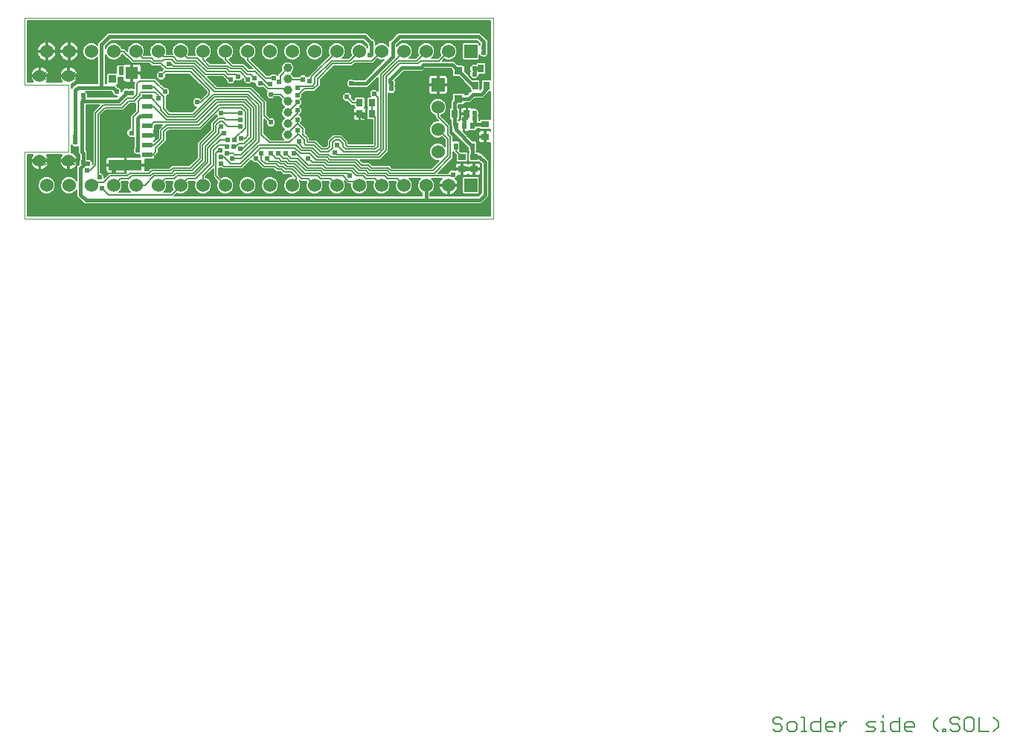
<source format=gbl>
G75*
%MOIN*%
%OFA0B0*%
%FSLAX25Y25*%
%IPPOS*%
%LPD*%
%AMOC8*
5,1,8,0,0,1.08239X$1,22.5*
%
%ADD10C,0.00000*%
%ADD11C,0.00600*%
%ADD12R,0.06000X0.06000*%
%ADD13C,0.06000*%
%ADD14C,0.05512*%
%ADD15C,0.03937*%
%ADD16R,0.04921X0.02362*%
%ADD17R,0.14764X0.04724*%
%ADD18R,0.05512X0.05709*%
%ADD19R,0.02362X0.03937*%
%ADD20R,0.03346X0.03740*%
%ADD21R,0.02165X0.03150*%
%ADD22R,0.03500X0.03000*%
%ADD23R,0.03000X0.03500*%
%ADD24R,0.02756X0.03543*%
%ADD25R,0.03740X0.03543*%
%ADD26C,0.02400*%
%ADD27C,0.01800*%
D10*
X0185000Y0255000D02*
X0185000Y0284843D01*
X0204882Y0284843D01*
X0204882Y0315157D01*
X0185000Y0315157D01*
X0185000Y0345000D01*
X0395000Y0345000D01*
X0395000Y0255000D01*
X0185000Y0255000D01*
X0190118Y0279331D02*
X0193661Y0279331D01*
X0195236Y0280906D02*
X0195234Y0280983D01*
X0195228Y0281060D01*
X0195219Y0281137D01*
X0195206Y0281213D01*
X0195189Y0281289D01*
X0195168Y0281363D01*
X0195144Y0281437D01*
X0195116Y0281509D01*
X0195085Y0281579D01*
X0195050Y0281648D01*
X0195012Y0281716D01*
X0194971Y0281781D01*
X0194926Y0281844D01*
X0194878Y0281905D01*
X0194828Y0281964D01*
X0194775Y0282020D01*
X0194719Y0282073D01*
X0194660Y0282123D01*
X0194599Y0282171D01*
X0194536Y0282216D01*
X0194471Y0282257D01*
X0194403Y0282295D01*
X0194334Y0282330D01*
X0194264Y0282361D01*
X0194192Y0282389D01*
X0194118Y0282413D01*
X0194044Y0282434D01*
X0193968Y0282451D01*
X0193892Y0282464D01*
X0193815Y0282473D01*
X0193738Y0282479D01*
X0193661Y0282481D01*
X0193661Y0282480D02*
X0190118Y0282480D01*
X0188543Y0280906D02*
X0188545Y0280829D01*
X0188551Y0280752D01*
X0188560Y0280675D01*
X0188573Y0280599D01*
X0188590Y0280523D01*
X0188611Y0280449D01*
X0188635Y0280375D01*
X0188663Y0280303D01*
X0188694Y0280233D01*
X0188729Y0280164D01*
X0188767Y0280096D01*
X0188808Y0280031D01*
X0188853Y0279968D01*
X0188901Y0279907D01*
X0188951Y0279848D01*
X0189004Y0279792D01*
X0189060Y0279739D01*
X0189119Y0279689D01*
X0189180Y0279641D01*
X0189243Y0279596D01*
X0189308Y0279555D01*
X0189376Y0279517D01*
X0189445Y0279482D01*
X0189515Y0279451D01*
X0189587Y0279423D01*
X0189661Y0279399D01*
X0189735Y0279378D01*
X0189811Y0279361D01*
X0189887Y0279348D01*
X0189964Y0279339D01*
X0190041Y0279333D01*
X0190118Y0279331D01*
X0188543Y0280906D02*
X0188545Y0280983D01*
X0188551Y0281060D01*
X0188560Y0281137D01*
X0188573Y0281213D01*
X0188590Y0281289D01*
X0188611Y0281363D01*
X0188635Y0281437D01*
X0188663Y0281509D01*
X0188694Y0281579D01*
X0188729Y0281648D01*
X0188767Y0281716D01*
X0188808Y0281781D01*
X0188853Y0281844D01*
X0188901Y0281905D01*
X0188951Y0281964D01*
X0189004Y0282020D01*
X0189060Y0282073D01*
X0189119Y0282123D01*
X0189180Y0282171D01*
X0189243Y0282216D01*
X0189308Y0282257D01*
X0189376Y0282295D01*
X0189445Y0282330D01*
X0189515Y0282361D01*
X0189587Y0282389D01*
X0189661Y0282413D01*
X0189735Y0282434D01*
X0189811Y0282451D01*
X0189887Y0282464D01*
X0189964Y0282473D01*
X0190041Y0282479D01*
X0190118Y0282481D01*
X0193661Y0279331D02*
X0193738Y0279333D01*
X0193815Y0279339D01*
X0193892Y0279348D01*
X0193968Y0279361D01*
X0194044Y0279378D01*
X0194118Y0279399D01*
X0194192Y0279423D01*
X0194264Y0279451D01*
X0194334Y0279482D01*
X0194403Y0279517D01*
X0194471Y0279555D01*
X0194536Y0279596D01*
X0194599Y0279641D01*
X0194660Y0279689D01*
X0194719Y0279739D01*
X0194775Y0279792D01*
X0194828Y0279848D01*
X0194878Y0279907D01*
X0194926Y0279968D01*
X0194971Y0280031D01*
X0195012Y0280096D01*
X0195050Y0280164D01*
X0195085Y0280233D01*
X0195116Y0280303D01*
X0195144Y0280375D01*
X0195168Y0280449D01*
X0195189Y0280523D01*
X0195206Y0280599D01*
X0195219Y0280675D01*
X0195228Y0280752D01*
X0195234Y0280829D01*
X0195236Y0280906D01*
X0201535Y0280906D02*
X0201537Y0280829D01*
X0201543Y0280752D01*
X0201552Y0280675D01*
X0201565Y0280599D01*
X0201582Y0280523D01*
X0201603Y0280449D01*
X0201627Y0280375D01*
X0201655Y0280303D01*
X0201686Y0280233D01*
X0201721Y0280164D01*
X0201759Y0280096D01*
X0201800Y0280031D01*
X0201845Y0279968D01*
X0201893Y0279907D01*
X0201943Y0279848D01*
X0201996Y0279792D01*
X0202052Y0279739D01*
X0202111Y0279689D01*
X0202172Y0279641D01*
X0202235Y0279596D01*
X0202300Y0279555D01*
X0202368Y0279517D01*
X0202437Y0279482D01*
X0202507Y0279451D01*
X0202579Y0279423D01*
X0202653Y0279399D01*
X0202727Y0279378D01*
X0202803Y0279361D01*
X0202879Y0279348D01*
X0202956Y0279339D01*
X0203033Y0279333D01*
X0203110Y0279331D01*
X0206654Y0279331D01*
X0208229Y0280906D02*
X0208227Y0280983D01*
X0208221Y0281060D01*
X0208212Y0281137D01*
X0208199Y0281213D01*
X0208182Y0281289D01*
X0208161Y0281363D01*
X0208137Y0281437D01*
X0208109Y0281509D01*
X0208078Y0281579D01*
X0208043Y0281648D01*
X0208005Y0281716D01*
X0207964Y0281781D01*
X0207919Y0281844D01*
X0207871Y0281905D01*
X0207821Y0281964D01*
X0207768Y0282020D01*
X0207712Y0282073D01*
X0207653Y0282123D01*
X0207592Y0282171D01*
X0207529Y0282216D01*
X0207464Y0282257D01*
X0207396Y0282295D01*
X0207327Y0282330D01*
X0207257Y0282361D01*
X0207185Y0282389D01*
X0207111Y0282413D01*
X0207037Y0282434D01*
X0206961Y0282451D01*
X0206885Y0282464D01*
X0206808Y0282473D01*
X0206731Y0282479D01*
X0206654Y0282481D01*
X0206654Y0282480D02*
X0203110Y0282480D01*
X0203110Y0282481D02*
X0203033Y0282479D01*
X0202956Y0282473D01*
X0202879Y0282464D01*
X0202803Y0282451D01*
X0202727Y0282434D01*
X0202653Y0282413D01*
X0202579Y0282389D01*
X0202507Y0282361D01*
X0202437Y0282330D01*
X0202368Y0282295D01*
X0202300Y0282257D01*
X0202235Y0282216D01*
X0202172Y0282171D01*
X0202111Y0282123D01*
X0202052Y0282073D01*
X0201996Y0282020D01*
X0201943Y0281964D01*
X0201893Y0281905D01*
X0201845Y0281844D01*
X0201800Y0281781D01*
X0201759Y0281716D01*
X0201721Y0281648D01*
X0201686Y0281579D01*
X0201655Y0281509D01*
X0201627Y0281437D01*
X0201603Y0281363D01*
X0201582Y0281289D01*
X0201565Y0281213D01*
X0201552Y0281137D01*
X0201543Y0281060D01*
X0201537Y0280983D01*
X0201535Y0280906D01*
X0206654Y0279331D02*
X0206731Y0279333D01*
X0206808Y0279339D01*
X0206885Y0279348D01*
X0206961Y0279361D01*
X0207037Y0279378D01*
X0207111Y0279399D01*
X0207185Y0279423D01*
X0207257Y0279451D01*
X0207327Y0279482D01*
X0207396Y0279517D01*
X0207464Y0279555D01*
X0207529Y0279596D01*
X0207592Y0279641D01*
X0207653Y0279689D01*
X0207712Y0279739D01*
X0207768Y0279792D01*
X0207821Y0279848D01*
X0207871Y0279907D01*
X0207919Y0279968D01*
X0207964Y0280031D01*
X0208005Y0280096D01*
X0208043Y0280164D01*
X0208078Y0280233D01*
X0208109Y0280303D01*
X0208137Y0280375D01*
X0208161Y0280449D01*
X0208182Y0280523D01*
X0208199Y0280599D01*
X0208212Y0280675D01*
X0208221Y0280752D01*
X0208227Y0280829D01*
X0208229Y0280906D01*
X0206654Y0317520D02*
X0203110Y0317520D01*
X0203110Y0317519D02*
X0203033Y0317521D01*
X0202956Y0317527D01*
X0202879Y0317536D01*
X0202803Y0317549D01*
X0202727Y0317566D01*
X0202653Y0317587D01*
X0202579Y0317611D01*
X0202507Y0317639D01*
X0202437Y0317670D01*
X0202368Y0317705D01*
X0202300Y0317743D01*
X0202235Y0317784D01*
X0202172Y0317829D01*
X0202111Y0317877D01*
X0202052Y0317927D01*
X0201996Y0317980D01*
X0201943Y0318036D01*
X0201893Y0318095D01*
X0201845Y0318156D01*
X0201800Y0318219D01*
X0201759Y0318284D01*
X0201721Y0318352D01*
X0201686Y0318421D01*
X0201655Y0318491D01*
X0201627Y0318563D01*
X0201603Y0318637D01*
X0201582Y0318711D01*
X0201565Y0318787D01*
X0201552Y0318863D01*
X0201543Y0318940D01*
X0201537Y0319017D01*
X0201535Y0319094D01*
X0201537Y0319171D01*
X0201543Y0319248D01*
X0201552Y0319325D01*
X0201565Y0319401D01*
X0201582Y0319477D01*
X0201603Y0319551D01*
X0201627Y0319625D01*
X0201655Y0319697D01*
X0201686Y0319767D01*
X0201721Y0319836D01*
X0201759Y0319904D01*
X0201800Y0319969D01*
X0201845Y0320032D01*
X0201893Y0320093D01*
X0201943Y0320152D01*
X0201996Y0320208D01*
X0202052Y0320261D01*
X0202111Y0320311D01*
X0202172Y0320359D01*
X0202235Y0320404D01*
X0202300Y0320445D01*
X0202368Y0320483D01*
X0202437Y0320518D01*
X0202507Y0320549D01*
X0202579Y0320577D01*
X0202653Y0320601D01*
X0202727Y0320622D01*
X0202803Y0320639D01*
X0202879Y0320652D01*
X0202956Y0320661D01*
X0203033Y0320667D01*
X0203110Y0320669D01*
X0206654Y0320669D01*
X0206731Y0320667D01*
X0206808Y0320661D01*
X0206885Y0320652D01*
X0206961Y0320639D01*
X0207037Y0320622D01*
X0207111Y0320601D01*
X0207185Y0320577D01*
X0207257Y0320549D01*
X0207327Y0320518D01*
X0207396Y0320483D01*
X0207464Y0320445D01*
X0207529Y0320404D01*
X0207592Y0320359D01*
X0207653Y0320311D01*
X0207712Y0320261D01*
X0207768Y0320208D01*
X0207821Y0320152D01*
X0207871Y0320093D01*
X0207919Y0320032D01*
X0207964Y0319969D01*
X0208005Y0319904D01*
X0208043Y0319836D01*
X0208078Y0319767D01*
X0208109Y0319697D01*
X0208137Y0319625D01*
X0208161Y0319551D01*
X0208182Y0319477D01*
X0208199Y0319401D01*
X0208212Y0319325D01*
X0208221Y0319248D01*
X0208227Y0319171D01*
X0208229Y0319094D01*
X0208227Y0319017D01*
X0208221Y0318940D01*
X0208212Y0318863D01*
X0208199Y0318787D01*
X0208182Y0318711D01*
X0208161Y0318637D01*
X0208137Y0318563D01*
X0208109Y0318491D01*
X0208078Y0318421D01*
X0208043Y0318352D01*
X0208005Y0318284D01*
X0207964Y0318219D01*
X0207919Y0318156D01*
X0207871Y0318095D01*
X0207821Y0318036D01*
X0207768Y0317980D01*
X0207712Y0317927D01*
X0207653Y0317877D01*
X0207592Y0317829D01*
X0207529Y0317784D01*
X0207464Y0317743D01*
X0207396Y0317705D01*
X0207327Y0317670D01*
X0207257Y0317639D01*
X0207185Y0317611D01*
X0207111Y0317587D01*
X0207037Y0317566D01*
X0206961Y0317549D01*
X0206885Y0317536D01*
X0206808Y0317527D01*
X0206731Y0317521D01*
X0206654Y0317519D01*
X0193661Y0317520D02*
X0190118Y0317520D01*
X0190118Y0317519D02*
X0190041Y0317521D01*
X0189964Y0317527D01*
X0189887Y0317536D01*
X0189811Y0317549D01*
X0189735Y0317566D01*
X0189661Y0317587D01*
X0189587Y0317611D01*
X0189515Y0317639D01*
X0189445Y0317670D01*
X0189376Y0317705D01*
X0189308Y0317743D01*
X0189243Y0317784D01*
X0189180Y0317829D01*
X0189119Y0317877D01*
X0189060Y0317927D01*
X0189004Y0317980D01*
X0188951Y0318036D01*
X0188901Y0318095D01*
X0188853Y0318156D01*
X0188808Y0318219D01*
X0188767Y0318284D01*
X0188729Y0318352D01*
X0188694Y0318421D01*
X0188663Y0318491D01*
X0188635Y0318563D01*
X0188611Y0318637D01*
X0188590Y0318711D01*
X0188573Y0318787D01*
X0188560Y0318863D01*
X0188551Y0318940D01*
X0188545Y0319017D01*
X0188543Y0319094D01*
X0188545Y0319171D01*
X0188551Y0319248D01*
X0188560Y0319325D01*
X0188573Y0319401D01*
X0188590Y0319477D01*
X0188611Y0319551D01*
X0188635Y0319625D01*
X0188663Y0319697D01*
X0188694Y0319767D01*
X0188729Y0319836D01*
X0188767Y0319904D01*
X0188808Y0319969D01*
X0188853Y0320032D01*
X0188901Y0320093D01*
X0188951Y0320152D01*
X0189004Y0320208D01*
X0189060Y0320261D01*
X0189119Y0320311D01*
X0189180Y0320359D01*
X0189243Y0320404D01*
X0189308Y0320445D01*
X0189376Y0320483D01*
X0189445Y0320518D01*
X0189515Y0320549D01*
X0189587Y0320577D01*
X0189661Y0320601D01*
X0189735Y0320622D01*
X0189811Y0320639D01*
X0189887Y0320652D01*
X0189964Y0320661D01*
X0190041Y0320667D01*
X0190118Y0320669D01*
X0193661Y0320669D01*
X0193738Y0320667D01*
X0193815Y0320661D01*
X0193892Y0320652D01*
X0193968Y0320639D01*
X0194044Y0320622D01*
X0194118Y0320601D01*
X0194192Y0320577D01*
X0194264Y0320549D01*
X0194334Y0320518D01*
X0194403Y0320483D01*
X0194471Y0320445D01*
X0194536Y0320404D01*
X0194599Y0320359D01*
X0194660Y0320311D01*
X0194719Y0320261D01*
X0194775Y0320208D01*
X0194828Y0320152D01*
X0194878Y0320093D01*
X0194926Y0320032D01*
X0194971Y0319969D01*
X0195012Y0319904D01*
X0195050Y0319836D01*
X0195085Y0319767D01*
X0195116Y0319697D01*
X0195144Y0319625D01*
X0195168Y0319551D01*
X0195189Y0319477D01*
X0195206Y0319401D01*
X0195219Y0319325D01*
X0195228Y0319248D01*
X0195234Y0319171D01*
X0195236Y0319094D01*
X0195234Y0319017D01*
X0195228Y0318940D01*
X0195219Y0318863D01*
X0195206Y0318787D01*
X0195189Y0318711D01*
X0195168Y0318637D01*
X0195144Y0318563D01*
X0195116Y0318491D01*
X0195085Y0318421D01*
X0195050Y0318352D01*
X0195012Y0318284D01*
X0194971Y0318219D01*
X0194926Y0318156D01*
X0194878Y0318095D01*
X0194828Y0318036D01*
X0194775Y0317980D01*
X0194719Y0317927D01*
X0194660Y0317877D01*
X0194599Y0317829D01*
X0194536Y0317784D01*
X0194471Y0317743D01*
X0194403Y0317705D01*
X0194334Y0317670D01*
X0194264Y0317639D01*
X0194192Y0317611D01*
X0194118Y0317587D01*
X0194044Y0317566D01*
X0193968Y0317549D01*
X0193892Y0317536D01*
X0193815Y0317527D01*
X0193738Y0317521D01*
X0193661Y0317519D01*
D11*
X0194989Y0316457D02*
X0195040Y0316509D01*
X0195484Y0317173D01*
X0195790Y0317911D01*
X0195946Y0318695D01*
X0195946Y0318794D01*
X0192190Y0318794D01*
X0192190Y0319394D01*
X0195946Y0319394D01*
X0195946Y0319494D01*
X0195790Y0320278D01*
X0195484Y0321016D01*
X0195040Y0321680D01*
X0194475Y0322245D01*
X0193811Y0322689D01*
X0193073Y0322995D01*
X0192289Y0323150D01*
X0192190Y0323150D01*
X0192190Y0319395D01*
X0191590Y0319395D01*
X0191590Y0323150D01*
X0191490Y0323150D01*
X0190707Y0322995D01*
X0189969Y0322689D01*
X0189304Y0322245D01*
X0188739Y0321680D01*
X0188295Y0321016D01*
X0187990Y0320278D01*
X0187834Y0319494D01*
X0187834Y0319394D01*
X0191590Y0319394D01*
X0191590Y0318794D01*
X0187834Y0318794D01*
X0187834Y0318695D01*
X0187990Y0317911D01*
X0188295Y0317173D01*
X0188739Y0316509D01*
X0188791Y0316457D01*
X0186300Y0316457D01*
X0186300Y0343700D01*
X0393700Y0343700D01*
X0393700Y0317431D01*
X0390308Y0317431D01*
X0389781Y0316904D01*
X0389781Y0313527D01*
X0389219Y0312964D01*
X0389219Y0316904D01*
X0388692Y0317431D01*
X0385815Y0317431D01*
X0382270Y0320976D01*
X0382270Y0323345D01*
X0381743Y0323872D01*
X0379374Y0323872D01*
X0378501Y0324746D01*
X0377446Y0325800D01*
X0372497Y0325800D01*
X0373215Y0326518D01*
X0374224Y0326100D01*
X0375776Y0326100D01*
X0377209Y0326694D01*
X0378306Y0327791D01*
X0378900Y0329224D01*
X0378900Y0330776D01*
X0378306Y0332209D01*
X0377209Y0333306D01*
X0375776Y0333900D01*
X0374224Y0333900D01*
X0372791Y0333306D01*
X0371694Y0332209D01*
X0371100Y0330776D01*
X0371100Y0329224D01*
X0371518Y0328215D01*
X0370303Y0327000D01*
X0367515Y0327000D01*
X0368306Y0327791D01*
X0368900Y0329224D01*
X0368900Y0330776D01*
X0368306Y0332209D01*
X0367209Y0333306D01*
X0365776Y0333900D01*
X0364224Y0333900D01*
X0362791Y0333306D01*
X0361694Y0332209D01*
X0361100Y0330776D01*
X0361100Y0329224D01*
X0361518Y0328215D01*
X0360303Y0327000D01*
X0357515Y0327000D01*
X0358306Y0327791D01*
X0358900Y0329224D01*
X0358900Y0330776D01*
X0358306Y0332209D01*
X0357209Y0333306D01*
X0355776Y0333900D01*
X0354224Y0333900D01*
X0352791Y0333306D01*
X0351800Y0332315D01*
X0351800Y0332754D01*
X0353746Y0334700D01*
X0387754Y0334700D01*
X0389000Y0333454D01*
X0389000Y0332970D01*
X0388900Y0332870D01*
X0388900Y0333373D01*
X0388373Y0333900D01*
X0381627Y0333900D01*
X0381100Y0333373D01*
X0381100Y0326627D01*
X0381627Y0326100D01*
X0388373Y0326100D01*
X0388900Y0326627D01*
X0388900Y0328330D01*
X0389930Y0327300D01*
X0391670Y0327300D01*
X0392900Y0328530D01*
X0392900Y0330270D01*
X0392600Y0330570D01*
X0392600Y0330630D01*
X0392900Y0330930D01*
X0392900Y0332670D01*
X0392600Y0332970D01*
X0392600Y0334946D01*
X0389246Y0338300D01*
X0352254Y0338300D01*
X0351200Y0337246D01*
X0351200Y0337246D01*
X0349254Y0335300D01*
X0348200Y0334246D01*
X0348200Y0332315D01*
X0347209Y0333306D01*
X0345776Y0333900D01*
X0344224Y0333900D01*
X0342791Y0333306D01*
X0342500Y0333015D01*
X0342500Y0334470D01*
X0341270Y0335700D01*
X0340846Y0335700D01*
X0339300Y0337246D01*
X0338246Y0338300D01*
X0222254Y0338300D01*
X0217700Y0333746D01*
X0217700Y0332815D01*
X0217209Y0333306D01*
X0215776Y0333900D01*
X0214224Y0333900D01*
X0212791Y0333306D01*
X0211694Y0332209D01*
X0211100Y0330776D01*
X0211100Y0329224D01*
X0211694Y0327791D01*
X0212791Y0326694D01*
X0214224Y0326100D01*
X0215776Y0326100D01*
X0217209Y0326694D01*
X0217700Y0327185D01*
X0217700Y0315600D01*
X0208254Y0315600D01*
X0206182Y0313527D01*
X0206182Y0315243D01*
X0206803Y0315500D01*
X0207467Y0315944D01*
X0208032Y0316509D01*
X0208476Y0317173D01*
X0208782Y0317911D01*
X0208938Y0318695D01*
X0208938Y0318794D01*
X0205182Y0318794D01*
X0205182Y0319394D01*
X0208938Y0319394D01*
X0208938Y0319494D01*
X0208782Y0320278D01*
X0208476Y0321016D01*
X0208032Y0321680D01*
X0207467Y0322245D01*
X0206803Y0322689D01*
X0206065Y0322995D01*
X0205281Y0323150D01*
X0205182Y0323150D01*
X0205182Y0319395D01*
X0204582Y0319395D01*
X0204582Y0323150D01*
X0204482Y0323150D01*
X0203699Y0322995D01*
X0202961Y0322689D01*
X0202296Y0322245D01*
X0201731Y0321680D01*
X0201288Y0321016D01*
X0200982Y0320278D01*
X0200826Y0319494D01*
X0200826Y0319394D01*
X0204582Y0319394D01*
X0204582Y0318794D01*
X0200826Y0318794D01*
X0200826Y0318695D01*
X0200982Y0317911D01*
X0201288Y0317173D01*
X0201731Y0316509D01*
X0201783Y0316457D01*
X0194989Y0316457D01*
X0195132Y0316647D02*
X0201639Y0316647D01*
X0201258Y0317245D02*
X0195514Y0317245D01*
X0195762Y0317844D02*
X0201010Y0317844D01*
X0200876Y0318442D02*
X0195895Y0318442D01*
X0195917Y0319639D02*
X0200855Y0319639D01*
X0200974Y0320238D02*
X0195798Y0320238D01*
X0195558Y0320836D02*
X0201213Y0320836D01*
X0201568Y0321435D02*
X0195204Y0321435D01*
X0194687Y0322033D02*
X0202085Y0322033D01*
X0202875Y0322632D02*
X0193896Y0322632D01*
X0192190Y0322632D02*
X0191590Y0322632D01*
X0191590Y0322033D02*
X0192190Y0322033D01*
X0192190Y0321435D02*
X0191590Y0321435D01*
X0191590Y0320836D02*
X0192190Y0320836D01*
X0192190Y0320238D02*
X0191590Y0320238D01*
X0191590Y0319639D02*
X0192190Y0319639D01*
X0192190Y0319041D02*
X0204582Y0319041D01*
X0204582Y0319639D02*
X0205182Y0319639D01*
X0205182Y0319041D02*
X0217700Y0319041D01*
X0217700Y0319639D02*
X0208909Y0319639D01*
X0208790Y0320238D02*
X0217700Y0320238D01*
X0217700Y0320836D02*
X0208551Y0320836D01*
X0208196Y0321435D02*
X0217700Y0321435D01*
X0217700Y0322033D02*
X0207679Y0322033D01*
X0206888Y0322632D02*
X0217700Y0322632D01*
X0217700Y0323230D02*
X0186300Y0323230D01*
X0186300Y0322632D02*
X0189883Y0322632D01*
X0189093Y0322033D02*
X0186300Y0322033D01*
X0186300Y0321435D02*
X0188575Y0321435D01*
X0188221Y0320836D02*
X0186300Y0320836D01*
X0186300Y0320238D02*
X0187982Y0320238D01*
X0187863Y0319639D02*
X0186300Y0319639D01*
X0186300Y0319041D02*
X0191590Y0319041D01*
X0187884Y0318442D02*
X0186300Y0318442D01*
X0186300Y0317844D02*
X0188018Y0317844D01*
X0188266Y0317245D02*
X0186300Y0317245D01*
X0186300Y0316647D02*
X0188647Y0316647D01*
X0186300Y0323829D02*
X0217700Y0323829D01*
X0217700Y0324427D02*
X0186300Y0324427D01*
X0186300Y0325026D02*
X0217700Y0325026D01*
X0217700Y0325624D02*
X0186300Y0325624D01*
X0186300Y0326223D02*
X0192941Y0326223D01*
X0192746Y0326322D02*
X0193349Y0326015D01*
X0193993Y0325806D01*
X0194662Y0325700D01*
X0194700Y0325700D01*
X0194700Y0329700D01*
X0190700Y0329700D01*
X0190700Y0329662D01*
X0190806Y0328993D01*
X0191015Y0328349D01*
X0191322Y0327746D01*
X0191720Y0327199D01*
X0192199Y0326720D01*
X0192746Y0326322D01*
X0192098Y0326821D02*
X0186300Y0326821D01*
X0186300Y0327420D02*
X0191559Y0327420D01*
X0191184Y0328018D02*
X0186300Y0328018D01*
X0186300Y0328617D02*
X0190928Y0328617D01*
X0190771Y0329215D02*
X0186300Y0329215D01*
X0186300Y0329814D02*
X0194700Y0329814D01*
X0194700Y0329700D02*
X0194700Y0330300D01*
X0194700Y0334300D01*
X0194662Y0334300D01*
X0193993Y0334194D01*
X0193349Y0333985D01*
X0192746Y0333678D01*
X0192199Y0333280D01*
X0191720Y0332801D01*
X0191322Y0332254D01*
X0191015Y0331651D01*
X0190806Y0331007D01*
X0190700Y0330338D01*
X0190700Y0330300D01*
X0194700Y0330300D01*
X0195300Y0330300D01*
X0195300Y0334300D01*
X0195338Y0334300D01*
X0196007Y0334194D01*
X0196651Y0333985D01*
X0197254Y0333678D01*
X0197801Y0333280D01*
X0198280Y0332801D01*
X0198678Y0332254D01*
X0198985Y0331651D01*
X0199194Y0331007D01*
X0199300Y0330338D01*
X0199300Y0330300D01*
X0195300Y0330300D01*
X0195300Y0329700D01*
X0199300Y0329700D01*
X0199300Y0329662D01*
X0199194Y0328993D01*
X0198985Y0328349D01*
X0198678Y0327746D01*
X0198280Y0327199D01*
X0197801Y0326720D01*
X0197254Y0326322D01*
X0196651Y0326015D01*
X0196007Y0325806D01*
X0195338Y0325700D01*
X0195300Y0325700D01*
X0195300Y0329700D01*
X0194700Y0329700D01*
X0194700Y0329215D02*
X0195300Y0329215D01*
X0195300Y0328617D02*
X0194700Y0328617D01*
X0194700Y0328018D02*
X0195300Y0328018D01*
X0195300Y0327420D02*
X0194700Y0327420D01*
X0194700Y0326821D02*
X0195300Y0326821D01*
X0195300Y0326223D02*
X0194700Y0326223D01*
X0197058Y0326223D02*
X0202941Y0326223D01*
X0202746Y0326322D02*
X0203349Y0326015D01*
X0203993Y0325806D01*
X0204662Y0325700D01*
X0204700Y0325700D01*
X0204700Y0329700D01*
X0200700Y0329700D01*
X0200700Y0329662D01*
X0200806Y0328993D01*
X0201015Y0328349D01*
X0201322Y0327746D01*
X0201720Y0327199D01*
X0202199Y0326720D01*
X0202746Y0326322D01*
X0202098Y0326821D02*
X0197902Y0326821D01*
X0198441Y0327420D02*
X0201559Y0327420D01*
X0201184Y0328018D02*
X0198816Y0328018D01*
X0199072Y0328617D02*
X0200928Y0328617D01*
X0200771Y0329215D02*
X0199229Y0329215D01*
X0199288Y0330412D02*
X0200712Y0330412D01*
X0200700Y0330338D02*
X0200700Y0330300D01*
X0204700Y0330300D01*
X0204700Y0334300D01*
X0204662Y0334300D01*
X0203993Y0334194D01*
X0203349Y0333985D01*
X0202746Y0333678D01*
X0202199Y0333280D01*
X0201720Y0332801D01*
X0201322Y0332254D01*
X0201015Y0331651D01*
X0200806Y0331007D01*
X0200700Y0330338D01*
X0200807Y0331011D02*
X0199193Y0331011D01*
X0198998Y0331609D02*
X0201002Y0331609D01*
X0201299Y0332208D02*
X0198701Y0332208D01*
X0198275Y0332806D02*
X0201725Y0332806D01*
X0202371Y0333405D02*
X0197629Y0333405D01*
X0196594Y0334003D02*
X0203406Y0334003D01*
X0204700Y0334003D02*
X0205300Y0334003D01*
X0205300Y0334300D02*
X0205300Y0330300D01*
X0204700Y0330300D01*
X0204700Y0329700D01*
X0205300Y0329700D01*
X0205300Y0330300D01*
X0209300Y0330300D01*
X0209300Y0330338D01*
X0209194Y0331007D01*
X0208985Y0331651D01*
X0208678Y0332254D01*
X0208280Y0332801D01*
X0207801Y0333280D01*
X0207254Y0333678D01*
X0206651Y0333985D01*
X0206007Y0334194D01*
X0205338Y0334300D01*
X0205300Y0334300D01*
X0205300Y0333405D02*
X0204700Y0333405D01*
X0204700Y0332806D02*
X0205300Y0332806D01*
X0205300Y0332208D02*
X0204700Y0332208D01*
X0204700Y0331609D02*
X0205300Y0331609D01*
X0205300Y0331011D02*
X0204700Y0331011D01*
X0204700Y0330412D02*
X0205300Y0330412D01*
X0205300Y0329814D02*
X0211100Y0329814D01*
X0211100Y0330412D02*
X0209288Y0330412D01*
X0209193Y0331011D02*
X0211197Y0331011D01*
X0211445Y0331609D02*
X0208998Y0331609D01*
X0208701Y0332208D02*
X0211693Y0332208D01*
X0212291Y0332806D02*
X0208275Y0332806D01*
X0207629Y0333405D02*
X0213029Y0333405D01*
X0216971Y0333405D02*
X0217700Y0333405D01*
X0217958Y0334003D02*
X0206594Y0334003D01*
X0205300Y0329700D02*
X0209300Y0329700D01*
X0209300Y0329662D01*
X0209194Y0328993D01*
X0208985Y0328349D01*
X0208678Y0327746D01*
X0208280Y0327199D01*
X0207801Y0326720D01*
X0207254Y0326322D01*
X0206651Y0326015D01*
X0206007Y0325806D01*
X0205338Y0325700D01*
X0205300Y0325700D01*
X0205300Y0329700D01*
X0205300Y0329215D02*
X0204700Y0329215D01*
X0204700Y0328617D02*
X0205300Y0328617D01*
X0205300Y0328018D02*
X0204700Y0328018D01*
X0204700Y0327420D02*
X0205300Y0327420D01*
X0205300Y0326821D02*
X0204700Y0326821D01*
X0204700Y0326223D02*
X0205300Y0326223D01*
X0207058Y0326223D02*
X0213928Y0326223D01*
X0212663Y0326821D02*
X0207902Y0326821D01*
X0208441Y0327420D02*
X0212065Y0327420D01*
X0211599Y0328018D02*
X0208816Y0328018D01*
X0209072Y0328617D02*
X0211352Y0328617D01*
X0211104Y0329215D02*
X0209229Y0329215D01*
X0204700Y0329814D02*
X0195300Y0329814D01*
X0195300Y0330412D02*
X0194700Y0330412D01*
X0194700Y0331011D02*
X0195300Y0331011D01*
X0195300Y0331609D02*
X0194700Y0331609D01*
X0194700Y0332208D02*
X0195300Y0332208D01*
X0195300Y0332806D02*
X0194700Y0332806D01*
X0194700Y0333405D02*
X0195300Y0333405D01*
X0195300Y0334003D02*
X0194700Y0334003D01*
X0193406Y0334003D02*
X0186300Y0334003D01*
X0186300Y0333405D02*
X0192371Y0333405D01*
X0191725Y0332806D02*
X0186300Y0332806D01*
X0186300Y0332208D02*
X0191299Y0332208D01*
X0191002Y0331609D02*
X0186300Y0331609D01*
X0186300Y0331011D02*
X0190807Y0331011D01*
X0190712Y0330412D02*
X0186300Y0330412D01*
X0186300Y0334602D02*
X0218556Y0334602D01*
X0219155Y0335201D02*
X0186300Y0335201D01*
X0186300Y0335799D02*
X0219753Y0335799D01*
X0220352Y0336398D02*
X0186300Y0336398D01*
X0186300Y0336996D02*
X0220950Y0336996D01*
X0221549Y0337595D02*
X0186300Y0337595D01*
X0186300Y0338193D02*
X0222147Y0338193D01*
X0223746Y0334700D02*
X0221300Y0332254D01*
X0221300Y0331259D01*
X0221694Y0332209D01*
X0222791Y0333306D01*
X0224224Y0333900D01*
X0225776Y0333900D01*
X0227209Y0333306D01*
X0228306Y0332209D01*
X0228724Y0331200D01*
X0229897Y0331200D01*
X0231100Y0329997D01*
X0231100Y0330776D01*
X0231694Y0332209D01*
X0232791Y0333306D01*
X0234224Y0333900D01*
X0235776Y0333900D01*
X0237209Y0333306D01*
X0238306Y0332209D01*
X0238900Y0330776D01*
X0238900Y0329224D01*
X0238482Y0328215D01*
X0238497Y0328200D01*
X0241524Y0328200D01*
X0241100Y0329224D01*
X0241100Y0330776D01*
X0241694Y0332209D01*
X0242791Y0333306D01*
X0244224Y0333900D01*
X0245776Y0333900D01*
X0247209Y0333306D01*
X0248306Y0332209D01*
X0248900Y0330776D01*
X0248900Y0329224D01*
X0248724Y0328800D01*
X0251276Y0328800D01*
X0251100Y0329224D01*
X0251100Y0330776D01*
X0251694Y0332209D01*
X0252791Y0333306D01*
X0254224Y0333900D01*
X0255776Y0333900D01*
X0257209Y0333306D01*
X0258306Y0332209D01*
X0258900Y0330776D01*
X0258900Y0329224D01*
X0258482Y0328215D01*
X0258497Y0328200D01*
X0261524Y0328200D01*
X0261100Y0329224D01*
X0261100Y0330776D01*
X0261694Y0332209D01*
X0262791Y0333306D01*
X0264224Y0333900D01*
X0265776Y0333900D01*
X0267209Y0333306D01*
X0268306Y0332209D01*
X0268900Y0330776D01*
X0268900Y0329224D01*
X0268306Y0327791D01*
X0267209Y0326694D01*
X0266498Y0326399D01*
X0268297Y0324600D01*
X0275103Y0324600D01*
X0274503Y0325200D01*
X0273800Y0325903D01*
X0273800Y0326276D01*
X0272791Y0326694D01*
X0271694Y0327791D01*
X0271100Y0329224D01*
X0271100Y0330776D01*
X0271694Y0332209D01*
X0272791Y0333306D01*
X0274224Y0333900D01*
X0275776Y0333900D01*
X0277209Y0333306D01*
X0278306Y0332209D01*
X0278900Y0330776D01*
X0278900Y0329224D01*
X0278306Y0327791D01*
X0277209Y0326694D01*
X0276639Y0326458D01*
X0278497Y0324600D01*
X0283297Y0324600D01*
X0285697Y0322200D01*
X0287203Y0322200D01*
X0283800Y0325603D01*
X0283800Y0326276D01*
X0282791Y0326694D01*
X0281694Y0327791D01*
X0281100Y0329224D01*
X0281100Y0330776D01*
X0281694Y0332209D01*
X0282791Y0333306D01*
X0284224Y0333900D01*
X0285776Y0333900D01*
X0287209Y0333306D01*
X0288306Y0332209D01*
X0288900Y0330776D01*
X0288900Y0329224D01*
X0288306Y0327791D01*
X0287209Y0326694D01*
X0286427Y0326370D01*
X0293597Y0319200D01*
X0294830Y0319200D01*
X0295730Y0320100D01*
X0297470Y0320100D01*
X0298400Y0319170D01*
X0298400Y0319597D01*
X0300307Y0321505D01*
X0300131Y0321929D01*
X0300131Y0323071D01*
X0300568Y0324125D01*
X0301375Y0324932D01*
X0302429Y0325368D01*
X0303571Y0325368D01*
X0304625Y0324932D01*
X0305432Y0324125D01*
X0305868Y0323071D01*
X0305868Y0321929D01*
X0305432Y0320875D01*
X0304625Y0320068D01*
X0304460Y0320000D01*
X0304625Y0319932D01*
X0305432Y0319125D01*
X0305649Y0318600D01*
X0308030Y0318600D01*
X0308930Y0319500D01*
X0310670Y0319500D01*
X0311600Y0318570D01*
X0311930Y0318900D01*
X0312300Y0318900D01*
X0312300Y0318997D01*
X0321518Y0328215D01*
X0321100Y0329224D01*
X0321100Y0330776D01*
X0321694Y0332209D01*
X0322791Y0333306D01*
X0324224Y0333900D01*
X0325776Y0333900D01*
X0327209Y0333306D01*
X0328306Y0332209D01*
X0328900Y0330776D01*
X0328900Y0329224D01*
X0328306Y0327791D01*
X0327515Y0327000D01*
X0330303Y0327000D01*
X0331518Y0328215D01*
X0331100Y0329224D01*
X0331100Y0330776D01*
X0331694Y0332209D01*
X0332791Y0333306D01*
X0334224Y0333900D01*
X0335776Y0333900D01*
X0337209Y0333306D01*
X0338306Y0332209D01*
X0338600Y0331500D01*
X0338600Y0332430D01*
X0338300Y0332730D01*
X0338300Y0333154D01*
X0336754Y0334700D01*
X0223746Y0334700D01*
X0223648Y0334602D02*
X0336852Y0334602D01*
X0337451Y0334003D02*
X0223049Y0334003D01*
X0223029Y0333405D02*
X0222451Y0333405D01*
X0222291Y0332806D02*
X0221852Y0332806D01*
X0221693Y0332208D02*
X0221300Y0332208D01*
X0221300Y0331609D02*
X0221445Y0331609D01*
X0221300Y0328741D02*
X0221694Y0327791D01*
X0222791Y0326694D01*
X0224224Y0326100D01*
X0225776Y0326100D01*
X0227209Y0326694D01*
X0228306Y0327791D01*
X0228724Y0328800D01*
X0228903Y0328800D01*
X0232400Y0325303D01*
X0233103Y0324600D01*
X0240903Y0324600D01*
X0241400Y0324103D01*
X0242103Y0323400D01*
X0245703Y0323400D01*
X0247203Y0321900D01*
X0246603Y0321300D01*
X0245330Y0321300D01*
X0244100Y0320070D01*
X0244100Y0318330D01*
X0245330Y0317100D01*
X0247070Y0317100D01*
X0248300Y0318330D01*
X0248300Y0319603D01*
X0248497Y0319800D01*
X0258903Y0319800D01*
X0266600Y0312103D01*
X0266600Y0311297D01*
X0263936Y0308633D01*
X0263270Y0309300D01*
X0261530Y0309300D01*
X0260300Y0308070D01*
X0260300Y0306330D01*
X0261530Y0305100D01*
X0262203Y0305100D01*
X0260103Y0303000D01*
X0250297Y0303000D01*
X0248600Y0304697D01*
X0248600Y0309900D01*
X0248870Y0309900D01*
X0250100Y0311130D01*
X0250100Y0312870D01*
X0248870Y0314100D01*
X0247597Y0314100D01*
X0243697Y0318000D01*
X0237265Y0318000D01*
X0237265Y0320005D01*
X0233509Y0320005D01*
X0233509Y0320605D01*
X0237265Y0320605D01*
X0237265Y0323331D01*
X0237176Y0323661D01*
X0237005Y0323958D01*
X0236763Y0324200D01*
X0236466Y0324371D01*
X0236136Y0324459D01*
X0233509Y0324459D01*
X0233509Y0320605D01*
X0232909Y0320605D01*
X0232909Y0324459D01*
X0230282Y0324459D01*
X0229951Y0324371D01*
X0229655Y0324200D01*
X0229514Y0324059D01*
X0226734Y0324059D01*
X0226206Y0323532D01*
X0226206Y0320319D01*
X0222403Y0320319D01*
X0221876Y0319792D01*
X0221876Y0315600D01*
X0221300Y0315600D01*
X0221300Y0328741D01*
X0221300Y0328617D02*
X0221352Y0328617D01*
X0221300Y0328018D02*
X0221599Y0328018D01*
X0221300Y0327420D02*
X0222065Y0327420D01*
X0222663Y0326821D02*
X0221300Y0326821D01*
X0221300Y0326223D02*
X0223928Y0326223D01*
X0226072Y0326223D02*
X0231480Y0326223D01*
X0230882Y0326821D02*
X0227337Y0326821D01*
X0227935Y0327420D02*
X0230283Y0327420D01*
X0229685Y0328018D02*
X0228401Y0328018D01*
X0228648Y0328617D02*
X0229086Y0328617D01*
X0229400Y0330000D02*
X0233600Y0325800D01*
X0241400Y0325800D01*
X0242600Y0324600D01*
X0246200Y0324600D01*
X0248600Y0322200D01*
X0260000Y0322200D01*
X0270200Y0312000D01*
X0285800Y0312000D01*
X0291200Y0306600D01*
X0291200Y0292800D01*
X0294800Y0289200D01*
X0303800Y0289200D01*
X0307400Y0292800D01*
X0308000Y0292800D01*
X0310400Y0290400D01*
X0310400Y0288600D01*
X0311000Y0288000D01*
X0314600Y0288000D01*
X0317600Y0285000D01*
X0321200Y0285000D01*
X0323000Y0286800D01*
X0323000Y0289200D01*
X0324200Y0290400D01*
X0326000Y0290400D01*
X0327800Y0288600D01*
X0327800Y0287400D01*
X0329000Y0286200D01*
X0342200Y0286200D01*
X0343400Y0287400D01*
X0343400Y0309300D01*
X0341700Y0311000D01*
X0343213Y0312457D02*
X0343400Y0312457D01*
X0343400Y0312270D02*
X0342570Y0313100D01*
X0340830Y0313100D01*
X0339600Y0311870D01*
X0339600Y0310130D01*
X0340080Y0309650D01*
X0338877Y0309650D01*
X0338350Y0309123D01*
X0338350Y0304877D01*
X0338727Y0304500D01*
X0338350Y0304123D01*
X0338350Y0299877D01*
X0338877Y0299350D01*
X0341000Y0299350D01*
X0341000Y0288600D01*
X0330200Y0288600D01*
X0330200Y0289697D01*
X0327800Y0292097D01*
X0327097Y0292800D01*
X0323103Y0292800D01*
X0321303Y0291000D01*
X0320600Y0290297D01*
X0320600Y0287897D01*
X0320103Y0287400D01*
X0318697Y0287400D01*
X0316400Y0289697D01*
X0315697Y0290400D01*
X0312800Y0290400D01*
X0312800Y0291497D01*
X0311000Y0293297D01*
X0311000Y0295697D01*
X0308833Y0297864D01*
X0309500Y0298530D01*
X0309500Y0300270D01*
X0308270Y0301500D01*
X0309500Y0302730D01*
X0309500Y0304470D01*
X0308570Y0305400D01*
X0309500Y0306330D01*
X0309500Y0308070D01*
X0308870Y0308700D01*
X0309500Y0309330D01*
X0309500Y0310603D01*
X0310897Y0312000D01*
X0315070Y0312000D01*
X0315773Y0312703D01*
X0317600Y0314530D01*
X0317600Y0317303D01*
X0323697Y0323400D01*
X0331897Y0323400D01*
X0333097Y0324600D01*
X0341297Y0324600D01*
X0343215Y0326518D01*
X0344224Y0326100D01*
X0345776Y0326100D01*
X0346081Y0326226D01*
X0337254Y0317400D01*
X0332570Y0317400D01*
X0332270Y0317700D01*
X0330530Y0317700D01*
X0329300Y0316470D01*
X0329300Y0314730D01*
X0330530Y0313500D01*
X0332270Y0313500D01*
X0332570Y0313800D01*
X0338746Y0313800D01*
X0343400Y0318454D01*
X0343400Y0312270D01*
X0343400Y0313056D02*
X0342614Y0313056D01*
X0343400Y0313654D02*
X0332424Y0313654D01*
X0330376Y0313654D02*
X0316724Y0313654D01*
X0316126Y0313056D02*
X0340786Y0313056D01*
X0340187Y0312457D02*
X0315527Y0312457D01*
X0314573Y0313200D02*
X0310400Y0313200D01*
X0307400Y0310200D01*
X0309500Y0310063D02*
X0327400Y0310063D01*
X0327400Y0310370D02*
X0327400Y0308630D01*
X0328630Y0307400D01*
X0329903Y0307400D01*
X0331503Y0305800D01*
X0332850Y0305800D01*
X0332850Y0304877D01*
X0332944Y0304783D01*
X0332710Y0304548D01*
X0332539Y0304252D01*
X0332450Y0303921D01*
X0332450Y0302300D01*
X0334950Y0302300D01*
X0334950Y0301700D01*
X0332450Y0301700D01*
X0332450Y0300079D01*
X0332539Y0299748D01*
X0332710Y0299452D01*
X0332952Y0299210D01*
X0333248Y0299039D01*
X0333579Y0298950D01*
X0334950Y0298950D01*
X0334950Y0301700D01*
X0335550Y0301700D01*
X0335550Y0302300D01*
X0338050Y0302300D01*
X0338050Y0303921D01*
X0337961Y0304252D01*
X0337790Y0304548D01*
X0337556Y0304783D01*
X0337650Y0304877D01*
X0337650Y0309123D01*
X0337123Y0309650D01*
X0333377Y0309650D01*
X0332850Y0309123D01*
X0332850Y0308200D01*
X0332497Y0308200D01*
X0331600Y0309097D01*
X0331600Y0310370D01*
X0330370Y0311600D01*
X0328630Y0311600D01*
X0327400Y0310370D01*
X0327692Y0310662D02*
X0309559Y0310662D01*
X0310157Y0311260D02*
X0328290Y0311260D01*
X0327400Y0309465D02*
X0309500Y0309465D01*
X0309036Y0308866D02*
X0327400Y0308866D01*
X0327763Y0308268D02*
X0309302Y0308268D01*
X0309500Y0307669D02*
X0328361Y0307669D01*
X0330232Y0307070D02*
X0309500Y0307070D01*
X0309500Y0306472D02*
X0330831Y0306472D01*
X0331429Y0305873D02*
X0309043Y0305873D01*
X0308695Y0305275D02*
X0332850Y0305275D01*
X0332838Y0304676D02*
X0309293Y0304676D01*
X0309500Y0304078D02*
X0332492Y0304078D01*
X0332450Y0303479D02*
X0309500Y0303479D01*
X0309500Y0302881D02*
X0332450Y0302881D01*
X0332450Y0301684D02*
X0308454Y0301684D01*
X0308270Y0301500D02*
X0308197Y0301500D01*
X0308197Y0301500D01*
X0308270Y0301500D01*
X0308684Y0301085D02*
X0332450Y0301085D01*
X0332450Y0300487D02*
X0309283Y0300487D01*
X0309500Y0299888D02*
X0332501Y0299888D01*
X0332872Y0299290D02*
X0309500Y0299290D01*
X0309500Y0298691D02*
X0341000Y0298691D01*
X0341000Y0298093D02*
X0309063Y0298093D01*
X0309203Y0297494D02*
X0341000Y0297494D01*
X0341000Y0296896D02*
X0309801Y0296896D01*
X0310400Y0296297D02*
X0341000Y0296297D01*
X0341000Y0295699D02*
X0310998Y0295699D01*
X0311000Y0295100D02*
X0341000Y0295100D01*
X0341000Y0294502D02*
X0311000Y0294502D01*
X0311000Y0293903D02*
X0341000Y0293903D01*
X0341000Y0293305D02*
X0311000Y0293305D01*
X0311591Y0292706D02*
X0323009Y0292706D01*
X0322411Y0292108D02*
X0312189Y0292108D01*
X0312788Y0291509D02*
X0321812Y0291509D01*
X0321214Y0290911D02*
X0312800Y0290911D01*
X0311600Y0291000D02*
X0309800Y0292800D01*
X0309800Y0295200D01*
X0307400Y0297600D01*
X0303200Y0293400D01*
X0303200Y0292500D01*
X0303000Y0292500D01*
X0300945Y0294502D02*
X0292400Y0294502D01*
X0292400Y0295100D02*
X0301343Y0295100D01*
X0301375Y0295068D02*
X0300568Y0295875D01*
X0300131Y0296929D01*
X0300131Y0298071D01*
X0300568Y0299125D01*
X0301375Y0299932D01*
X0301540Y0300000D01*
X0301375Y0300068D01*
X0300568Y0300875D01*
X0300131Y0301929D01*
X0300131Y0303071D01*
X0300568Y0304125D01*
X0301375Y0304932D01*
X0301540Y0305000D01*
X0301375Y0305068D01*
X0300568Y0305875D01*
X0300131Y0306929D01*
X0300131Y0308071D01*
X0300307Y0308495D01*
X0299203Y0309600D01*
X0297170Y0309600D01*
X0296270Y0308700D01*
X0294530Y0308700D01*
X0293300Y0309930D01*
X0293300Y0311670D01*
X0293667Y0312036D01*
X0293000Y0312703D01*
X0291836Y0313867D01*
X0291470Y0313500D01*
X0289730Y0313500D01*
X0288500Y0314730D01*
X0288500Y0315800D01*
X0287330Y0315800D01*
X0286950Y0316180D01*
X0286070Y0315300D01*
X0284330Y0315300D01*
X0283100Y0316530D01*
X0283100Y0317803D01*
X0283000Y0317903D01*
X0283000Y0317730D01*
X0281770Y0316500D01*
X0280030Y0316500D01*
X0279500Y0317030D01*
X0279500Y0316530D01*
X0278270Y0315300D01*
X0276530Y0315300D01*
X0275300Y0316530D01*
X0275300Y0317203D01*
X0273903Y0318600D01*
X0267097Y0318600D01*
X0271297Y0314400D01*
X0286897Y0314400D01*
X0287600Y0313697D01*
X0292897Y0308400D01*
X0293600Y0307697D01*
X0293600Y0301697D01*
X0294997Y0300300D01*
X0296270Y0300300D01*
X0297500Y0299070D01*
X0297500Y0297330D01*
X0296270Y0296100D01*
X0294530Y0296100D01*
X0293300Y0297330D01*
X0293300Y0298603D01*
X0292400Y0299503D01*
X0292400Y0293297D01*
X0295297Y0290400D01*
X0301043Y0290400D01*
X0300568Y0290875D01*
X0300131Y0291929D01*
X0300131Y0293071D01*
X0300568Y0294125D01*
X0301375Y0294932D01*
X0301540Y0295000D01*
X0301375Y0295068D01*
X0300745Y0295699D02*
X0292400Y0295699D01*
X0292400Y0296297D02*
X0294333Y0296297D01*
X0293734Y0296896D02*
X0292400Y0296896D01*
X0292400Y0297494D02*
X0293300Y0297494D01*
X0293300Y0298093D02*
X0292400Y0298093D01*
X0292400Y0298691D02*
X0293212Y0298691D01*
X0292613Y0299290D02*
X0292400Y0299290D01*
X0292400Y0301200D02*
X0295400Y0298200D01*
X0297500Y0298093D02*
X0300141Y0298093D01*
X0300131Y0297494D02*
X0297500Y0297494D01*
X0297066Y0296896D02*
X0300145Y0296896D01*
X0300393Y0296297D02*
X0296467Y0296297D01*
X0297500Y0298691D02*
X0300389Y0298691D01*
X0300733Y0299290D02*
X0297280Y0299290D01*
X0296681Y0299888D02*
X0301332Y0299888D01*
X0300956Y0300487D02*
X0294810Y0300487D01*
X0294212Y0301085D02*
X0300481Y0301085D01*
X0300233Y0301684D02*
X0293613Y0301684D01*
X0293600Y0302282D02*
X0300131Y0302282D01*
X0300131Y0302881D02*
X0293600Y0302881D01*
X0293600Y0303479D02*
X0300301Y0303479D01*
X0300549Y0304078D02*
X0293600Y0304078D01*
X0293600Y0304676D02*
X0301120Y0304676D01*
X0301168Y0305275D02*
X0293600Y0305275D01*
X0293600Y0305873D02*
X0300570Y0305873D01*
X0300321Y0306472D02*
X0293600Y0306472D01*
X0293600Y0307070D02*
X0300131Y0307070D01*
X0300131Y0307669D02*
X0293600Y0307669D01*
X0293030Y0308268D02*
X0300213Y0308268D01*
X0299937Y0308866D02*
X0296436Y0308866D01*
X0297034Y0309465D02*
X0299338Y0309465D01*
X0299700Y0310800D02*
X0303000Y0307500D01*
X0307400Y0307200D02*
X0307400Y0306900D01*
X0303000Y0302500D01*
X0307400Y0302400D02*
X0303000Y0298000D01*
X0303000Y0297500D01*
X0300476Y0293903D02*
X0292400Y0293903D01*
X0292400Y0293305D02*
X0300228Y0293305D01*
X0300131Y0292706D02*
X0292991Y0292706D01*
X0293589Y0292108D02*
X0300131Y0292108D01*
X0300306Y0291509D02*
X0294188Y0291509D01*
X0294786Y0290911D02*
X0300553Y0290911D01*
X0302000Y0284400D02*
X0304400Y0282000D01*
X0307400Y0282000D01*
X0311600Y0277800D01*
X0318200Y0277800D01*
X0319400Y0276600D01*
X0331400Y0276600D01*
X0333800Y0274200D01*
X0336800Y0274200D01*
X0338000Y0273000D01*
X0342000Y0273000D01*
X0345000Y0270000D01*
X0348900Y0269963D02*
X0351100Y0269963D01*
X0351100Y0270561D02*
X0348900Y0270561D01*
X0348900Y0270776D02*
X0348476Y0271800D01*
X0351503Y0271800D01*
X0351518Y0271785D01*
X0351100Y0270776D01*
X0351100Y0269224D01*
X0351694Y0267791D01*
X0352791Y0266694D01*
X0354224Y0266100D01*
X0355776Y0266100D01*
X0357209Y0266694D01*
X0358306Y0267791D01*
X0358900Y0269224D01*
X0358900Y0270776D01*
X0358306Y0272209D01*
X0357515Y0273000D01*
X0362485Y0273000D01*
X0361694Y0272209D01*
X0361100Y0270776D01*
X0361100Y0269224D01*
X0361694Y0267791D01*
X0362791Y0266694D01*
X0363200Y0266524D01*
X0363200Y0265200D01*
X0252097Y0265200D01*
X0252200Y0265303D01*
X0253356Y0266459D01*
X0254224Y0266100D01*
X0255776Y0266100D01*
X0257209Y0266694D01*
X0258306Y0267791D01*
X0258900Y0269224D01*
X0258900Y0270776D01*
X0258541Y0271644D01*
X0258697Y0271800D01*
X0261524Y0271800D01*
X0261100Y0270776D01*
X0261100Y0269224D01*
X0261694Y0267791D01*
X0262791Y0266694D01*
X0264224Y0266100D01*
X0265776Y0266100D01*
X0267209Y0266694D01*
X0268306Y0267791D01*
X0268900Y0269224D01*
X0268900Y0270776D01*
X0268306Y0272209D01*
X0267209Y0273306D01*
X0266200Y0273724D01*
X0266200Y0273903D01*
X0269600Y0277303D01*
X0269600Y0273703D01*
X0271518Y0271785D01*
X0271100Y0270776D01*
X0271100Y0269224D01*
X0271694Y0267791D01*
X0272791Y0266694D01*
X0274224Y0266100D01*
X0275776Y0266100D01*
X0277209Y0266694D01*
X0278306Y0267791D01*
X0278900Y0269224D01*
X0278900Y0270776D01*
X0278306Y0272209D01*
X0277209Y0273306D01*
X0275776Y0273900D01*
X0274224Y0273900D01*
X0273215Y0273482D01*
X0272000Y0274697D01*
X0272000Y0277830D01*
X0272330Y0277500D01*
X0273603Y0277500D01*
X0273903Y0277200D01*
X0282697Y0277200D01*
X0283400Y0277903D01*
X0286700Y0281203D01*
X0286700Y0281130D01*
X0287930Y0279900D01*
X0289203Y0279900D01*
X0291200Y0277903D01*
X0291903Y0277200D01*
X0296703Y0277200D01*
X0297200Y0276703D01*
X0297200Y0276703D01*
X0297903Y0276000D01*
X0299703Y0276000D01*
X0300200Y0275503D01*
X0300903Y0274800D01*
X0303903Y0274800D01*
X0304803Y0273900D01*
X0304224Y0273900D01*
X0302791Y0273306D01*
X0301694Y0272209D01*
X0301100Y0270776D01*
X0301100Y0269224D01*
X0301694Y0267791D01*
X0302791Y0266694D01*
X0304224Y0266100D01*
X0305776Y0266100D01*
X0307209Y0266694D01*
X0308306Y0267791D01*
X0308900Y0269224D01*
X0308900Y0270776D01*
X0308315Y0272188D01*
X0308703Y0271800D01*
X0311503Y0271800D01*
X0311518Y0271785D01*
X0311100Y0270776D01*
X0311100Y0269224D01*
X0311694Y0267791D01*
X0312791Y0266694D01*
X0314224Y0266100D01*
X0315776Y0266100D01*
X0317209Y0266694D01*
X0318306Y0267791D01*
X0318900Y0269224D01*
X0318900Y0270776D01*
X0318476Y0271800D01*
X0321503Y0271800D01*
X0321518Y0271785D01*
X0321100Y0270776D01*
X0321100Y0269224D01*
X0321694Y0267791D01*
X0322791Y0266694D01*
X0324224Y0266100D01*
X0325776Y0266100D01*
X0327209Y0266694D01*
X0328306Y0267791D01*
X0328900Y0269224D01*
X0328900Y0270776D01*
X0328456Y0271846D01*
X0329703Y0270600D01*
X0331100Y0270600D01*
X0331100Y0269224D01*
X0331694Y0267791D01*
X0332791Y0266694D01*
X0334224Y0266100D01*
X0335776Y0266100D01*
X0337209Y0266694D01*
X0338306Y0267791D01*
X0338900Y0269224D01*
X0338900Y0270776D01*
X0338476Y0271800D01*
X0341503Y0271800D01*
X0341518Y0271785D01*
X0341100Y0270776D01*
X0341100Y0269224D01*
X0341694Y0267791D01*
X0342791Y0266694D01*
X0344224Y0266100D01*
X0345776Y0266100D01*
X0347209Y0266694D01*
X0348306Y0267791D01*
X0348900Y0269224D01*
X0348900Y0270776D01*
X0348741Y0271160D02*
X0351259Y0271160D01*
X0351507Y0271758D02*
X0348493Y0271758D01*
X0347600Y0273000D02*
X0352000Y0273000D01*
X0355000Y0270000D01*
X0358900Y0269963D02*
X0361100Y0269963D01*
X0361100Y0270561D02*
X0358900Y0270561D01*
X0358741Y0271160D02*
X0361259Y0271160D01*
X0361507Y0271758D02*
X0358493Y0271758D01*
X0358159Y0272357D02*
X0361841Y0272357D01*
X0362440Y0272955D02*
X0357560Y0272955D01*
X0358900Y0269364D02*
X0361100Y0269364D01*
X0361290Y0268766D02*
X0358710Y0268766D01*
X0358462Y0268167D02*
X0361538Y0268167D01*
X0361916Y0267569D02*
X0358084Y0267569D01*
X0357486Y0266970D02*
X0362514Y0266970D01*
X0363200Y0266372D02*
X0356432Y0266372D01*
X0353568Y0266372D02*
X0346432Y0266372D01*
X0347486Y0266970D02*
X0352514Y0266970D01*
X0351916Y0267569D02*
X0348084Y0267569D01*
X0348462Y0268167D02*
X0351538Y0268167D01*
X0351290Y0268766D02*
X0348710Y0268766D01*
X0348900Y0269364D02*
X0351100Y0269364D01*
X0347600Y0273000D02*
X0346400Y0274200D01*
X0338600Y0274200D01*
X0337400Y0275400D01*
X0334400Y0275400D01*
X0332000Y0277800D01*
X0320000Y0277800D01*
X0318800Y0279000D01*
X0312200Y0279000D01*
X0306800Y0284400D01*
X0305600Y0284400D01*
X0306200Y0286800D02*
X0290600Y0286800D01*
X0282200Y0278400D01*
X0274400Y0278400D01*
X0273200Y0279600D01*
X0272087Y0277743D02*
X0272000Y0277743D01*
X0272000Y0277145D02*
X0296758Y0277145D01*
X0297357Y0276546D02*
X0272000Y0276546D01*
X0272000Y0275948D02*
X0299755Y0275948D01*
X0300354Y0275349D02*
X0272000Y0275349D01*
X0272000Y0274751D02*
X0303952Y0274751D01*
X0304551Y0274152D02*
X0272545Y0274152D01*
X0273143Y0273554D02*
X0273389Y0273554D01*
X0271507Y0271758D02*
X0268493Y0271758D01*
X0268741Y0271160D02*
X0271259Y0271160D01*
X0271100Y0270561D02*
X0268900Y0270561D01*
X0268900Y0269963D02*
X0271100Y0269963D01*
X0271100Y0269364D02*
X0268900Y0269364D01*
X0268710Y0268766D02*
X0271290Y0268766D01*
X0271538Y0268167D02*
X0268462Y0268167D01*
X0268084Y0267569D02*
X0271916Y0267569D01*
X0272514Y0266970D02*
X0267486Y0266970D01*
X0266432Y0266372D02*
X0273568Y0266372D01*
X0276432Y0266372D02*
X0283568Y0266372D01*
X0284224Y0266100D02*
X0285776Y0266100D01*
X0287209Y0266694D01*
X0288306Y0267791D01*
X0288900Y0269224D01*
X0288900Y0270776D01*
X0288306Y0272209D01*
X0287209Y0273306D01*
X0285776Y0273900D01*
X0284224Y0273900D01*
X0282791Y0273306D01*
X0281694Y0272209D01*
X0281100Y0270776D01*
X0281100Y0269224D01*
X0281694Y0267791D01*
X0282791Y0266694D01*
X0284224Y0266100D01*
X0282514Y0266970D02*
X0277486Y0266970D01*
X0278084Y0267569D02*
X0281916Y0267569D01*
X0281538Y0268167D02*
X0278462Y0268167D01*
X0278710Y0268766D02*
X0281290Y0268766D01*
X0281100Y0269364D02*
X0278900Y0269364D01*
X0278900Y0269963D02*
X0281100Y0269963D01*
X0281100Y0270561D02*
X0278900Y0270561D01*
X0278741Y0271160D02*
X0281259Y0271160D01*
X0281507Y0271758D02*
X0278493Y0271758D01*
X0278159Y0272357D02*
X0281841Y0272357D01*
X0282440Y0272955D02*
X0277560Y0272955D01*
X0276611Y0273554D02*
X0283389Y0273554D01*
X0286611Y0273554D02*
X0293389Y0273554D01*
X0292791Y0273306D02*
X0291694Y0272209D01*
X0291100Y0270776D01*
X0291100Y0269224D01*
X0291694Y0267791D01*
X0292791Y0266694D01*
X0294224Y0266100D01*
X0295776Y0266100D01*
X0297209Y0266694D01*
X0298306Y0267791D01*
X0298900Y0269224D01*
X0298900Y0270776D01*
X0298306Y0272209D01*
X0297209Y0273306D01*
X0295776Y0273900D01*
X0294224Y0273900D01*
X0292791Y0273306D01*
X0292440Y0272955D02*
X0287560Y0272955D01*
X0288159Y0272357D02*
X0291841Y0272357D01*
X0291507Y0271758D02*
X0288493Y0271758D01*
X0288741Y0271160D02*
X0291259Y0271160D01*
X0291100Y0270561D02*
X0288900Y0270561D01*
X0288900Y0269963D02*
X0291100Y0269963D01*
X0291100Y0269364D02*
X0288900Y0269364D01*
X0288710Y0268766D02*
X0291290Y0268766D01*
X0291538Y0268167D02*
X0288462Y0268167D01*
X0288084Y0267569D02*
X0291916Y0267569D01*
X0292514Y0266970D02*
X0287486Y0266970D01*
X0286432Y0266372D02*
X0293568Y0266372D01*
X0296432Y0266372D02*
X0303568Y0266372D01*
X0302514Y0266970D02*
X0297486Y0266970D01*
X0298084Y0267569D02*
X0301916Y0267569D01*
X0301538Y0268167D02*
X0298462Y0268167D01*
X0298710Y0268766D02*
X0301290Y0268766D01*
X0301100Y0269364D02*
X0298900Y0269364D01*
X0298900Y0269963D02*
X0301100Y0269963D01*
X0301100Y0270561D02*
X0298900Y0270561D01*
X0298741Y0271160D02*
X0301259Y0271160D01*
X0301507Y0271758D02*
X0298493Y0271758D01*
X0298159Y0272357D02*
X0301841Y0272357D01*
X0302440Y0272955D02*
X0297560Y0272955D01*
X0296611Y0273554D02*
X0303389Y0273554D01*
X0304400Y0276000D02*
X0306800Y0273600D01*
X0306800Y0271800D01*
X0305000Y0270000D01*
X0308900Y0269963D02*
X0311100Y0269963D01*
X0311100Y0270561D02*
X0308900Y0270561D01*
X0308741Y0271160D02*
X0311259Y0271160D01*
X0311507Y0271758D02*
X0308493Y0271758D01*
X0309200Y0273000D02*
X0305000Y0277200D01*
X0302000Y0277200D01*
X0300800Y0278400D01*
X0299000Y0278400D01*
X0297800Y0279600D01*
X0293000Y0279600D01*
X0291200Y0281400D01*
X0291200Y0284400D01*
X0288800Y0282000D02*
X0292400Y0278400D01*
X0297200Y0278400D01*
X0298400Y0277200D01*
X0300200Y0277200D01*
X0301400Y0276000D01*
X0304400Y0276000D01*
X0305600Y0278400D02*
X0302600Y0278400D01*
X0301400Y0279600D01*
X0299600Y0279600D01*
X0298400Y0280800D01*
X0294800Y0280800D01*
X0293600Y0282000D01*
X0295400Y0284400D02*
X0297800Y0282000D01*
X0299000Y0282000D01*
X0300200Y0280800D01*
X0302000Y0280800D01*
X0303200Y0279600D01*
X0306200Y0279600D01*
X0310400Y0275400D01*
X0317000Y0275400D01*
X0318200Y0274200D01*
X0327800Y0274200D01*
X0330200Y0271800D01*
X0332600Y0271800D01*
X0334400Y0270000D01*
X0335000Y0270000D01*
X0338900Y0269963D02*
X0341100Y0269963D01*
X0341100Y0270561D02*
X0338900Y0270561D01*
X0338741Y0271160D02*
X0341259Y0271160D01*
X0341507Y0271758D02*
X0338493Y0271758D01*
X0338900Y0269364D02*
X0341100Y0269364D01*
X0341290Y0268766D02*
X0338710Y0268766D01*
X0338462Y0268167D02*
X0341538Y0268167D01*
X0341916Y0267569D02*
X0338084Y0267569D01*
X0337486Y0266970D02*
X0342514Y0266970D01*
X0343568Y0266372D02*
X0336432Y0266372D01*
X0333568Y0266372D02*
X0326432Y0266372D01*
X0327486Y0266970D02*
X0332514Y0266970D01*
X0331916Y0267569D02*
X0328084Y0267569D01*
X0328462Y0268167D02*
X0331538Y0268167D01*
X0331290Y0268766D02*
X0328710Y0268766D01*
X0328900Y0269364D02*
X0331100Y0269364D01*
X0331100Y0269963D02*
X0328900Y0269963D01*
X0328900Y0270561D02*
X0331100Y0270561D01*
X0329143Y0271160D02*
X0328741Y0271160D01*
X0328545Y0271758D02*
X0328493Y0271758D01*
X0330800Y0274200D02*
X0329600Y0275400D01*
X0318800Y0275400D01*
X0317600Y0276600D01*
X0311000Y0276600D01*
X0306800Y0280800D01*
X0303800Y0280800D01*
X0302600Y0282000D01*
X0301100Y0282000D01*
X0298700Y0284400D01*
X0306200Y0286800D02*
X0308600Y0284400D01*
X0312800Y0284400D01*
X0315800Y0281400D01*
X0320000Y0281400D01*
X0321200Y0280200D01*
X0333200Y0280200D01*
X0335600Y0277800D01*
X0338600Y0277800D01*
X0339800Y0276600D01*
X0347600Y0276600D01*
X0348800Y0275400D01*
X0368600Y0275400D01*
X0375800Y0282600D01*
X0375800Y0291600D01*
X0374600Y0292800D01*
X0374600Y0296400D01*
X0370300Y0300700D01*
X0370300Y0305000D01*
X0373912Y0306472D02*
X0375950Y0306472D01*
X0375950Y0307070D02*
X0373664Y0307070D01*
X0373606Y0307209D02*
X0372509Y0308306D01*
X0371076Y0308900D01*
X0369524Y0308900D01*
X0368091Y0308306D01*
X0366994Y0307209D01*
X0366400Y0305776D01*
X0366400Y0304224D01*
X0366994Y0302791D01*
X0368091Y0301694D01*
X0369100Y0301276D01*
X0369100Y0300203D01*
X0369803Y0299500D01*
X0370403Y0298900D01*
X0369524Y0298900D01*
X0368091Y0298306D01*
X0366994Y0297209D01*
X0366400Y0295776D01*
X0366400Y0294224D01*
X0366994Y0292791D01*
X0368091Y0291694D01*
X0369524Y0291100D01*
X0371076Y0291100D01*
X0372085Y0291518D01*
X0373400Y0290203D01*
X0373400Y0287415D01*
X0372509Y0288306D01*
X0371076Y0288900D01*
X0369524Y0288900D01*
X0368091Y0288306D01*
X0366994Y0287209D01*
X0366400Y0285776D01*
X0366400Y0284224D01*
X0366994Y0282791D01*
X0368091Y0281694D01*
X0369524Y0281100D01*
X0370803Y0281100D01*
X0367503Y0277800D01*
X0349897Y0277800D01*
X0348697Y0279000D01*
X0340897Y0279000D01*
X0339697Y0280200D01*
X0336697Y0280200D01*
X0335497Y0281400D01*
X0344497Y0281400D01*
X0348200Y0285103D01*
X0348200Y0311430D01*
X0348530Y0311100D01*
X0350270Y0311100D01*
X0351500Y0312330D01*
X0351500Y0314070D01*
X0351200Y0314370D01*
X0351200Y0314430D01*
X0351500Y0314730D01*
X0351500Y0316470D01*
X0350958Y0317012D01*
X0354946Y0321000D01*
X0363346Y0321000D01*
X0364546Y0322200D01*
X0375955Y0322200D01*
X0376730Y0321425D01*
X0376730Y0319056D01*
X0377257Y0318529D01*
X0379626Y0318529D01*
X0384663Y0313492D01*
X0384663Y0312615D01*
X0384966Y0312312D01*
X0384200Y0311546D01*
X0383254Y0310599D01*
X0382270Y0310599D01*
X0382270Y0310944D01*
X0381743Y0311471D01*
X0377257Y0311471D01*
X0376730Y0310944D01*
X0376730Y0308575D01*
X0375950Y0307795D01*
X0375950Y0304650D01*
X0375877Y0304650D01*
X0375350Y0304123D01*
X0375350Y0299877D01*
X0375877Y0299350D01*
X0375950Y0299350D01*
X0375950Y0296589D01*
X0376277Y0296261D01*
X0376277Y0294877D01*
X0376460Y0294694D01*
X0376460Y0294110D01*
X0383757Y0286813D01*
X0383757Y0285428D01*
X0383940Y0285245D01*
X0383940Y0284713D01*
X0383850Y0284623D01*
X0383850Y0280877D01*
X0384377Y0280350D01*
X0388623Y0280350D01*
X0388664Y0280391D01*
X0389600Y0279454D01*
X0389600Y0266546D01*
X0388254Y0265200D01*
X0366800Y0265200D01*
X0366800Y0266524D01*
X0367209Y0266694D01*
X0368306Y0267791D01*
X0368900Y0269224D01*
X0368900Y0270776D01*
X0368306Y0272209D01*
X0367515Y0273000D01*
X0371919Y0273000D01*
X0371720Y0272801D01*
X0371322Y0272254D01*
X0371015Y0271651D01*
X0370806Y0271007D01*
X0370700Y0270338D01*
X0370700Y0270300D01*
X0374700Y0270300D01*
X0374700Y0269700D01*
X0375300Y0269700D01*
X0375300Y0270300D01*
X0379300Y0270300D01*
X0379300Y0270338D01*
X0379194Y0271007D01*
X0378985Y0271651D01*
X0378678Y0272254D01*
X0378280Y0272801D01*
X0378125Y0272956D01*
X0379100Y0273930D01*
X0379100Y0274450D01*
X0380700Y0274450D01*
X0380700Y0276950D01*
X0377950Y0276950D01*
X0377950Y0276820D01*
X0377870Y0276900D01*
X0376130Y0276900D01*
X0374900Y0275670D01*
X0374900Y0275400D01*
X0370297Y0275400D01*
X0376297Y0281400D01*
X0377000Y0282103D01*
X0377000Y0284901D01*
X0377152Y0284901D01*
X0378350Y0283703D01*
X0378350Y0280877D01*
X0378877Y0280350D01*
X0383123Y0280350D01*
X0383650Y0280877D01*
X0383650Y0284623D01*
X0383123Y0285150D01*
X0380297Y0285150D01*
X0380131Y0285316D01*
X0380243Y0285428D01*
X0380243Y0289323D01*
X0379715Y0289850D01*
X0377000Y0289850D01*
X0377000Y0292097D01*
X0376297Y0292800D01*
X0375800Y0293297D01*
X0375800Y0296897D01*
X0371500Y0301197D01*
X0371500Y0301276D01*
X0372509Y0301694D01*
X0373606Y0302791D01*
X0374200Y0304224D01*
X0374200Y0305776D01*
X0373606Y0307209D01*
X0373146Y0307669D02*
X0375950Y0307669D01*
X0376423Y0308268D02*
X0372548Y0308268D01*
X0371158Y0308866D02*
X0376730Y0308866D01*
X0376730Y0309465D02*
X0348200Y0309465D01*
X0348200Y0310063D02*
X0376730Y0310063D01*
X0376730Y0310662D02*
X0348200Y0310662D01*
X0348200Y0311260D02*
X0348370Y0311260D01*
X0350430Y0311260D02*
X0366226Y0311260D01*
X0366260Y0311202D02*
X0366502Y0310960D01*
X0366798Y0310789D01*
X0367129Y0310700D01*
X0370000Y0310700D01*
X0370000Y0314700D01*
X0370600Y0314700D01*
X0370600Y0315300D01*
X0374600Y0315300D01*
X0374600Y0318171D01*
X0374511Y0318502D01*
X0374340Y0318798D01*
X0374098Y0319040D01*
X0373802Y0319211D01*
X0373471Y0319300D01*
X0370600Y0319300D01*
X0370600Y0315300D01*
X0370000Y0315300D01*
X0370000Y0319300D01*
X0367129Y0319300D01*
X0366798Y0319211D01*
X0366502Y0319040D01*
X0366260Y0318798D01*
X0366089Y0318502D01*
X0366000Y0318171D01*
X0366000Y0315300D01*
X0370000Y0315300D01*
X0370000Y0314700D01*
X0366000Y0314700D01*
X0366000Y0311829D01*
X0366089Y0311498D01*
X0366260Y0311202D01*
X0366000Y0311859D02*
X0351028Y0311859D01*
X0351500Y0312457D02*
X0366000Y0312457D01*
X0366000Y0313056D02*
X0351500Y0313056D01*
X0351500Y0313654D02*
X0366000Y0313654D01*
X0366000Y0314253D02*
X0351317Y0314253D01*
X0351500Y0314851D02*
X0370000Y0314851D01*
X0370000Y0314253D02*
X0370600Y0314253D01*
X0370600Y0314700D02*
X0370600Y0310700D01*
X0373471Y0310700D01*
X0373802Y0310789D01*
X0374098Y0310960D01*
X0374340Y0311202D01*
X0374511Y0311498D01*
X0374600Y0311829D01*
X0374600Y0314700D01*
X0370600Y0314700D01*
X0370600Y0314851D02*
X0383304Y0314851D01*
X0383903Y0314253D02*
X0374600Y0314253D01*
X0374600Y0313654D02*
X0384501Y0313654D01*
X0384663Y0313056D02*
X0374600Y0313056D01*
X0374600Y0312457D02*
X0384821Y0312457D01*
X0384513Y0311859D02*
X0374600Y0311859D01*
X0374374Y0311260D02*
X0377046Y0311260D01*
X0374600Y0315450D02*
X0382706Y0315450D01*
X0382107Y0316048D02*
X0374600Y0316048D01*
X0374600Y0316647D02*
X0381509Y0316647D01*
X0380910Y0317245D02*
X0374600Y0317245D01*
X0374600Y0317844D02*
X0380312Y0317844D01*
X0379713Y0318442D02*
X0374527Y0318442D01*
X0374097Y0319041D02*
X0376746Y0319041D01*
X0376730Y0319639D02*
X0353585Y0319639D01*
X0352986Y0319041D02*
X0366503Y0319041D01*
X0366073Y0318442D02*
X0352388Y0318442D01*
X0351789Y0317844D02*
X0366000Y0317844D01*
X0366000Y0317245D02*
X0351191Y0317245D01*
X0351323Y0316647D02*
X0366000Y0316647D01*
X0366000Y0316048D02*
X0351500Y0316048D01*
X0351500Y0315450D02*
X0366000Y0315450D01*
X0370000Y0315450D02*
X0370600Y0315450D01*
X0370600Y0316048D02*
X0370000Y0316048D01*
X0370000Y0316647D02*
X0370600Y0316647D01*
X0370600Y0317245D02*
X0370000Y0317245D01*
X0370000Y0317844D02*
X0370600Y0317844D01*
X0370600Y0318442D02*
X0370000Y0318442D01*
X0370000Y0319041D02*
X0370600Y0319041D01*
X0370600Y0313654D02*
X0370000Y0313654D01*
X0370000Y0313056D02*
X0370600Y0313056D01*
X0370600Y0312457D02*
X0370000Y0312457D01*
X0370000Y0311859D02*
X0370600Y0311859D01*
X0370600Y0311260D02*
X0370000Y0311260D01*
X0369442Y0308866D02*
X0348200Y0308866D01*
X0348200Y0308268D02*
X0368052Y0308268D01*
X0367454Y0307669D02*
X0348200Y0307669D01*
X0348200Y0307070D02*
X0366936Y0307070D01*
X0366688Y0306472D02*
X0348200Y0306472D01*
X0348200Y0305873D02*
X0366440Y0305873D01*
X0366400Y0305275D02*
X0348200Y0305275D01*
X0348200Y0304676D02*
X0366400Y0304676D01*
X0366461Y0304078D02*
X0348200Y0304078D01*
X0348200Y0303479D02*
X0366709Y0303479D01*
X0366956Y0302881D02*
X0348200Y0302881D01*
X0348200Y0302282D02*
X0367502Y0302282D01*
X0368115Y0301684D02*
X0348200Y0301684D01*
X0348200Y0301085D02*
X0369100Y0301085D01*
X0369100Y0300487D02*
X0348200Y0300487D01*
X0348200Y0299888D02*
X0369415Y0299888D01*
X0370013Y0299290D02*
X0348200Y0299290D01*
X0348200Y0298691D02*
X0369020Y0298691D01*
X0367877Y0298093D02*
X0348200Y0298093D01*
X0348200Y0297494D02*
X0367279Y0297494D01*
X0366864Y0296896D02*
X0348200Y0296896D01*
X0348200Y0296297D02*
X0366616Y0296297D01*
X0366400Y0295699D02*
X0348200Y0295699D01*
X0348200Y0295100D02*
X0366400Y0295100D01*
X0366400Y0294502D02*
X0348200Y0294502D01*
X0348200Y0293903D02*
X0366533Y0293903D01*
X0366781Y0293305D02*
X0348200Y0293305D01*
X0348200Y0292706D02*
X0367078Y0292706D01*
X0367677Y0292108D02*
X0348200Y0292108D01*
X0348200Y0291509D02*
X0368536Y0291509D01*
X0368599Y0288517D02*
X0348200Y0288517D01*
X0348200Y0289115D02*
X0373400Y0289115D01*
X0373400Y0288517D02*
X0372001Y0288517D01*
X0372897Y0287918D02*
X0373400Y0287918D01*
X0373400Y0289714D02*
X0348200Y0289714D01*
X0348200Y0290312D02*
X0373291Y0290312D01*
X0372692Y0290911D02*
X0348200Y0290911D01*
X0348200Y0287918D02*
X0367703Y0287918D01*
X0367104Y0287320D02*
X0348200Y0287320D01*
X0348200Y0286721D02*
X0366792Y0286721D01*
X0366544Y0286123D02*
X0348200Y0286123D01*
X0348200Y0285524D02*
X0366400Y0285524D01*
X0366400Y0284926D02*
X0348023Y0284926D01*
X0347424Y0284327D02*
X0366400Y0284327D01*
X0366605Y0283729D02*
X0346826Y0283729D01*
X0346227Y0283130D02*
X0366853Y0283130D01*
X0367253Y0282532D02*
X0345629Y0282532D01*
X0345030Y0281933D02*
X0367852Y0281933D01*
X0368958Y0281334D02*
X0335563Y0281334D01*
X0336161Y0280736D02*
X0370439Y0280736D01*
X0369840Y0280137D02*
X0339760Y0280137D01*
X0340358Y0279539D02*
X0369242Y0279539D01*
X0368643Y0278940D02*
X0348757Y0278940D01*
X0349355Y0278342D02*
X0368045Y0278342D01*
X0368000Y0276600D02*
X0374600Y0283200D01*
X0374600Y0290700D01*
X0370300Y0295000D01*
X0372064Y0291509D02*
X0372094Y0291509D01*
X0375800Y0293305D02*
X0377265Y0293305D01*
X0376667Y0293903D02*
X0375800Y0293903D01*
X0375800Y0294502D02*
X0376460Y0294502D01*
X0376277Y0295100D02*
X0375800Y0295100D01*
X0375800Y0295699D02*
X0376277Y0295699D01*
X0376241Y0296297D02*
X0375800Y0296297D01*
X0375800Y0296896D02*
X0375950Y0296896D01*
X0375950Y0297494D02*
X0375203Y0297494D01*
X0374604Y0298093D02*
X0375950Y0298093D01*
X0375950Y0298691D02*
X0374006Y0298691D01*
X0373407Y0299290D02*
X0375950Y0299290D01*
X0375350Y0299888D02*
X0372809Y0299888D01*
X0372210Y0300487D02*
X0375350Y0300487D01*
X0375350Y0301085D02*
X0371612Y0301085D01*
X0372485Y0301684D02*
X0375350Y0301684D01*
X0375350Y0302282D02*
X0373098Y0302282D01*
X0373644Y0302881D02*
X0375350Y0302881D01*
X0375350Y0303479D02*
X0373891Y0303479D01*
X0374139Y0304078D02*
X0375350Y0304078D01*
X0375950Y0304676D02*
X0374200Y0304676D01*
X0374200Y0305275D02*
X0375950Y0305275D01*
X0375950Y0305873D02*
X0374160Y0305873D01*
X0379550Y0305873D02*
X0393700Y0305873D01*
X0393700Y0305275D02*
X0379550Y0305275D01*
X0379550Y0304676D02*
X0380838Y0304676D01*
X0380952Y0304790D02*
X0380710Y0304548D01*
X0380539Y0304252D01*
X0380450Y0303921D01*
X0380450Y0302300D01*
X0382950Y0302300D01*
X0382950Y0305050D01*
X0381579Y0305050D01*
X0381248Y0304961D01*
X0380952Y0304790D01*
X0380492Y0304078D02*
X0380150Y0304078D01*
X0380150Y0304123D02*
X0379623Y0304650D01*
X0379550Y0304650D01*
X0379550Y0306128D01*
X0381743Y0306128D01*
X0382270Y0306655D01*
X0382270Y0306999D01*
X0384745Y0306999D01*
X0386746Y0309000D01*
X0390346Y0309000D01*
X0392746Y0311400D01*
X0393434Y0312088D01*
X0393700Y0312088D01*
X0393700Y0299573D01*
X0393623Y0299650D01*
X0389377Y0299650D01*
X0388850Y0299123D01*
X0388850Y0299050D01*
X0388620Y0299050D01*
X0388700Y0299130D01*
X0388700Y0300870D01*
X0388400Y0301170D01*
X0388400Y0301230D01*
X0388700Y0301530D01*
X0388700Y0303270D01*
X0387470Y0304500D01*
X0385818Y0304500D01*
X0385790Y0304548D01*
X0385548Y0304790D01*
X0385252Y0304961D01*
X0384921Y0305050D01*
X0383550Y0305050D01*
X0383550Y0302300D01*
X0382950Y0302300D01*
X0382950Y0301700D01*
X0383550Y0301700D01*
X0383550Y0299620D01*
X0383254Y0299699D01*
X0382950Y0299699D01*
X0382950Y0301700D01*
X0380450Y0301700D01*
X0380450Y0300079D01*
X0380539Y0299748D01*
X0380591Y0299658D01*
X0380416Y0299611D01*
X0380119Y0299439D01*
X0379877Y0299197D01*
X0379855Y0299159D01*
X0379715Y0299299D01*
X0379550Y0299299D01*
X0379550Y0299350D01*
X0379623Y0299350D01*
X0380150Y0299877D01*
X0380150Y0304123D01*
X0380150Y0303479D02*
X0380450Y0303479D01*
X0380450Y0302881D02*
X0380150Y0302881D01*
X0380150Y0302282D02*
X0382950Y0302282D01*
X0382950Y0301684D02*
X0383550Y0301684D01*
X0383550Y0301085D02*
X0382950Y0301085D01*
X0382950Y0300487D02*
X0383550Y0300487D01*
X0383550Y0299888D02*
X0382950Y0299888D01*
X0382241Y0298950D02*
X0382241Y0297066D01*
X0381759Y0297066D01*
X0381759Y0298950D01*
X0382241Y0298950D01*
X0382241Y0298691D02*
X0381759Y0298691D01*
X0381759Y0298093D02*
X0382241Y0298093D01*
X0382241Y0297494D02*
X0381759Y0297494D01*
X0381759Y0296583D02*
X0382241Y0296583D01*
X0382241Y0293950D01*
X0383254Y0293950D01*
X0383584Y0294038D01*
X0383881Y0294209D01*
X0384123Y0294451D01*
X0384145Y0294489D01*
X0384285Y0294350D01*
X0387196Y0294350D01*
X0387723Y0294877D01*
X0387723Y0295450D01*
X0388850Y0295450D01*
X0388850Y0295377D01*
X0389377Y0294850D01*
X0393623Y0294850D01*
X0393700Y0294927D01*
X0393700Y0294475D01*
X0393421Y0294550D01*
X0391800Y0294550D01*
X0391800Y0292050D01*
X0391200Y0292050D01*
X0391200Y0294550D01*
X0389579Y0294550D01*
X0389248Y0294461D01*
X0388952Y0294290D01*
X0388710Y0294048D01*
X0388539Y0293752D01*
X0388450Y0293421D01*
X0388450Y0292050D01*
X0391200Y0292050D01*
X0391200Y0291450D01*
X0391800Y0291450D01*
X0391800Y0288950D01*
X0393421Y0288950D01*
X0393700Y0289025D01*
X0393700Y0256300D01*
X0186300Y0256300D01*
X0186300Y0283543D01*
X0188791Y0283543D01*
X0188739Y0283491D01*
X0188295Y0282827D01*
X0187990Y0282089D01*
X0187834Y0281305D01*
X0187834Y0281205D01*
X0191590Y0281205D01*
X0191590Y0280606D01*
X0187834Y0280606D01*
X0187834Y0280506D01*
X0187990Y0279722D01*
X0188295Y0278984D01*
X0188739Y0278320D01*
X0189304Y0277755D01*
X0189969Y0277311D01*
X0190707Y0277005D01*
X0191490Y0276850D01*
X0191590Y0276850D01*
X0191590Y0280605D01*
X0192190Y0280605D01*
X0192190Y0276850D01*
X0192289Y0276850D01*
X0193073Y0277005D01*
X0193811Y0277311D01*
X0194475Y0277755D01*
X0195040Y0278320D01*
X0195484Y0278984D01*
X0195790Y0279722D01*
X0195946Y0280506D01*
X0195946Y0280606D01*
X0192190Y0280606D01*
X0192190Y0281205D01*
X0195946Y0281205D01*
X0195946Y0281305D01*
X0195790Y0282089D01*
X0195484Y0282827D01*
X0195040Y0283491D01*
X0194989Y0283543D01*
X0201783Y0283543D01*
X0201731Y0283491D01*
X0201288Y0282827D01*
X0200982Y0282089D01*
X0200826Y0281305D01*
X0200826Y0281205D01*
X0204582Y0281205D01*
X0204582Y0280606D01*
X0200826Y0280606D01*
X0200826Y0280506D01*
X0200982Y0279722D01*
X0201288Y0278984D01*
X0201731Y0278320D01*
X0202296Y0277755D01*
X0202961Y0277311D01*
X0203699Y0277005D01*
X0204482Y0276850D01*
X0204582Y0276850D01*
X0204582Y0280605D01*
X0205182Y0280605D01*
X0205182Y0276850D01*
X0205281Y0276850D01*
X0206065Y0277005D01*
X0206803Y0277311D01*
X0207467Y0277755D01*
X0208032Y0278320D01*
X0208476Y0278984D01*
X0208782Y0279722D01*
X0208938Y0280506D01*
X0208938Y0280606D01*
X0205182Y0280606D01*
X0205182Y0281205D01*
X0208938Y0281205D01*
X0208938Y0281305D01*
X0208782Y0282089D01*
X0208476Y0282827D01*
X0208032Y0283491D01*
X0207467Y0284056D01*
X0206803Y0284500D01*
X0206182Y0284757D01*
X0206182Y0287848D01*
X0206930Y0287100D01*
X0208670Y0287100D01*
X0209000Y0287430D01*
X0209000Y0284254D01*
X0209600Y0283654D01*
X0209600Y0281470D01*
X0209300Y0281170D01*
X0209300Y0279446D01*
X0208400Y0278546D01*
X0208400Y0271983D01*
X0208306Y0272209D01*
X0207209Y0273306D01*
X0205776Y0273900D01*
X0204224Y0273900D01*
X0202791Y0273306D01*
X0201694Y0272209D01*
X0201100Y0270776D01*
X0201100Y0269224D01*
X0201694Y0267791D01*
X0202791Y0266694D01*
X0204224Y0266100D01*
X0205776Y0266100D01*
X0207209Y0266694D01*
X0208306Y0267791D01*
X0208400Y0268017D01*
X0208400Y0265054D01*
X0209454Y0264000D01*
X0211854Y0261600D01*
X0389746Y0261600D01*
X0390800Y0262654D01*
X0390800Y0262654D01*
X0392146Y0264000D01*
X0393200Y0265054D01*
X0393200Y0280946D01*
X0389596Y0284550D01*
X0389150Y0284550D01*
X0389150Y0284623D01*
X0388623Y0285150D01*
X0387540Y0285150D01*
X0387540Y0285245D01*
X0387723Y0285428D01*
X0387723Y0289323D01*
X0387196Y0289850D01*
X0385811Y0289850D01*
X0381712Y0293950D01*
X0381759Y0293950D01*
X0381759Y0296583D01*
X0381759Y0296297D02*
X0382241Y0296297D01*
X0382241Y0295699D02*
X0381759Y0295699D01*
X0381759Y0295100D02*
X0382241Y0295100D01*
X0382241Y0294502D02*
X0381759Y0294502D01*
X0381758Y0293903D02*
X0388626Y0293903D01*
X0388450Y0293305D02*
X0382357Y0293305D01*
X0382955Y0292706D02*
X0388450Y0292706D01*
X0388450Y0292108D02*
X0383554Y0292108D01*
X0384152Y0291509D02*
X0391200Y0291509D01*
X0391200Y0291450D02*
X0388450Y0291450D01*
X0388450Y0290079D01*
X0388539Y0289748D01*
X0388710Y0289452D01*
X0388952Y0289210D01*
X0389248Y0289039D01*
X0389579Y0288950D01*
X0391200Y0288950D01*
X0391200Y0291450D01*
X0391200Y0290911D02*
X0391800Y0290911D01*
X0391800Y0290312D02*
X0391200Y0290312D01*
X0391200Y0289714D02*
X0391800Y0289714D01*
X0391800Y0289115D02*
X0391200Y0289115D01*
X0389116Y0289115D02*
X0387723Y0289115D01*
X0387723Y0288517D02*
X0393700Y0288517D01*
X0393700Y0287918D02*
X0387723Y0287918D01*
X0387723Y0287320D02*
X0393700Y0287320D01*
X0393700Y0286721D02*
X0387723Y0286721D01*
X0387723Y0286123D02*
X0393700Y0286123D01*
X0393700Y0285524D02*
X0387723Y0285524D01*
X0388847Y0284926D02*
X0393700Y0284926D01*
X0393700Y0284327D02*
X0389819Y0284327D01*
X0390417Y0283729D02*
X0393700Y0283729D01*
X0393700Y0283130D02*
X0391016Y0283130D01*
X0391614Y0282532D02*
X0393700Y0282532D01*
X0393700Y0281933D02*
X0392213Y0281933D01*
X0392811Y0281334D02*
X0393700Y0281334D01*
X0393700Y0280736D02*
X0393200Y0280736D01*
X0393200Y0280137D02*
X0393700Y0280137D01*
X0393700Y0279539D02*
X0393200Y0279539D01*
X0393200Y0278940D02*
X0393700Y0278940D01*
X0393700Y0278342D02*
X0393200Y0278342D01*
X0393200Y0277743D02*
X0393700Y0277743D01*
X0393700Y0277145D02*
X0393200Y0277145D01*
X0393200Y0276546D02*
X0393700Y0276546D01*
X0393700Y0275948D02*
X0393200Y0275948D01*
X0393200Y0275349D02*
X0393700Y0275349D01*
X0393700Y0274751D02*
X0393200Y0274751D01*
X0393200Y0274152D02*
X0393700Y0274152D01*
X0393700Y0273554D02*
X0393200Y0273554D01*
X0393200Y0272955D02*
X0393700Y0272955D01*
X0393700Y0272357D02*
X0393200Y0272357D01*
X0393200Y0271758D02*
X0393700Y0271758D01*
X0393700Y0271160D02*
X0393200Y0271160D01*
X0393200Y0270561D02*
X0393700Y0270561D01*
X0393700Y0269963D02*
X0393200Y0269963D01*
X0393200Y0269364D02*
X0393700Y0269364D01*
X0393700Y0268766D02*
X0393200Y0268766D01*
X0393200Y0268167D02*
X0393700Y0268167D01*
X0393700Y0267569D02*
X0393200Y0267569D01*
X0393200Y0266970D02*
X0393700Y0266970D01*
X0393700Y0266372D02*
X0393200Y0266372D01*
X0393200Y0265773D02*
X0393700Y0265773D01*
X0393700Y0265175D02*
X0393200Y0265175D01*
X0392722Y0264576D02*
X0393700Y0264576D01*
X0393700Y0263978D02*
X0392123Y0263978D01*
X0392146Y0264000D02*
X0392146Y0264000D01*
X0391525Y0263379D02*
X0393700Y0263379D01*
X0393700Y0262781D02*
X0390926Y0262781D01*
X0390328Y0262182D02*
X0393700Y0262182D01*
X0393700Y0261584D02*
X0186300Y0261584D01*
X0186300Y0262182D02*
X0211272Y0262182D01*
X0210674Y0262781D02*
X0186300Y0262781D01*
X0186300Y0263379D02*
X0210075Y0263379D01*
X0209477Y0263978D02*
X0186300Y0263978D01*
X0186300Y0264576D02*
X0208878Y0264576D01*
X0208400Y0265175D02*
X0186300Y0265175D01*
X0186300Y0265773D02*
X0208400Y0265773D01*
X0208400Y0266372D02*
X0206432Y0266372D01*
X0207486Y0266970D02*
X0208400Y0266970D01*
X0208400Y0267569D02*
X0208084Y0267569D01*
X0203568Y0266372D02*
X0196432Y0266372D01*
X0195776Y0266100D02*
X0197209Y0266694D01*
X0198306Y0267791D01*
X0198900Y0269224D01*
X0198900Y0270776D01*
X0198306Y0272209D01*
X0197209Y0273306D01*
X0195776Y0273900D01*
X0194224Y0273900D01*
X0192791Y0273306D01*
X0191694Y0272209D01*
X0191100Y0270776D01*
X0191100Y0269224D01*
X0191694Y0267791D01*
X0192791Y0266694D01*
X0194224Y0266100D01*
X0195776Y0266100D01*
X0197486Y0266970D02*
X0202514Y0266970D01*
X0201916Y0267569D02*
X0198084Y0267569D01*
X0198462Y0268167D02*
X0201538Y0268167D01*
X0201290Y0268766D02*
X0198710Y0268766D01*
X0198900Y0269364D02*
X0201100Y0269364D01*
X0201100Y0269963D02*
X0198900Y0269963D01*
X0198900Y0270561D02*
X0201100Y0270561D01*
X0201259Y0271160D02*
X0198741Y0271160D01*
X0198493Y0271758D02*
X0201507Y0271758D01*
X0201841Y0272357D02*
X0198159Y0272357D01*
X0197560Y0272955D02*
X0202440Y0272955D01*
X0203389Y0273554D02*
X0196611Y0273554D01*
X0193389Y0273554D02*
X0186300Y0273554D01*
X0186300Y0274152D02*
X0208400Y0274152D01*
X0208400Y0273554D02*
X0206611Y0273554D01*
X0207560Y0272955D02*
X0208400Y0272955D01*
X0208400Y0272357D02*
X0208159Y0272357D01*
X0208400Y0274751D02*
X0186300Y0274751D01*
X0186300Y0275349D02*
X0208400Y0275349D01*
X0208400Y0275948D02*
X0186300Y0275948D01*
X0186300Y0276546D02*
X0208400Y0276546D01*
X0208400Y0277145D02*
X0206402Y0277145D01*
X0207450Y0277743D02*
X0208400Y0277743D01*
X0208400Y0278342D02*
X0208047Y0278342D01*
X0208447Y0278940D02*
X0208795Y0278940D01*
X0208706Y0279539D02*
X0209300Y0279539D01*
X0209300Y0280137D02*
X0208864Y0280137D01*
X0209300Y0280736D02*
X0205182Y0280736D01*
X0205182Y0280137D02*
X0204582Y0280137D01*
X0204582Y0279539D02*
X0205182Y0279539D01*
X0205182Y0278940D02*
X0204582Y0278940D01*
X0204582Y0278342D02*
X0205182Y0278342D01*
X0205182Y0277743D02*
X0204582Y0277743D01*
X0204582Y0277145D02*
X0205182Y0277145D01*
X0203362Y0277145D02*
X0193409Y0277145D01*
X0194458Y0277743D02*
X0202314Y0277743D01*
X0201717Y0278342D02*
X0195055Y0278342D01*
X0195455Y0278940D02*
X0201317Y0278940D01*
X0201058Y0279539D02*
X0195714Y0279539D01*
X0195872Y0280137D02*
X0200899Y0280137D01*
X0200832Y0281334D02*
X0195940Y0281334D01*
X0195821Y0281933D02*
X0200951Y0281933D01*
X0201165Y0282532D02*
X0195606Y0282532D01*
X0195281Y0283130D02*
X0201490Y0283130D01*
X0204582Y0280736D02*
X0192190Y0280736D01*
X0192190Y0280137D02*
X0191590Y0280137D01*
X0191590Y0279539D02*
X0192190Y0279539D01*
X0192190Y0278940D02*
X0191590Y0278940D01*
X0191590Y0278342D02*
X0192190Y0278342D01*
X0192190Y0277743D02*
X0191590Y0277743D01*
X0191590Y0277145D02*
X0192190Y0277145D01*
X0190370Y0277145D02*
X0186300Y0277145D01*
X0186300Y0277743D02*
X0189322Y0277743D01*
X0188725Y0278342D02*
X0186300Y0278342D01*
X0186300Y0278940D02*
X0188325Y0278940D01*
X0188066Y0279539D02*
X0186300Y0279539D01*
X0186300Y0280137D02*
X0187907Y0280137D01*
X0187840Y0281334D02*
X0186300Y0281334D01*
X0186300Y0280736D02*
X0191590Y0280736D01*
X0187959Y0281933D02*
X0186300Y0281933D01*
X0186300Y0282532D02*
X0188173Y0282532D01*
X0188498Y0283130D02*
X0186300Y0283130D01*
X0186300Y0272955D02*
X0192440Y0272955D01*
X0191841Y0272357D02*
X0186300Y0272357D01*
X0186300Y0271758D02*
X0191507Y0271758D01*
X0191259Y0271160D02*
X0186300Y0271160D01*
X0186300Y0270561D02*
X0191100Y0270561D01*
X0191100Y0269963D02*
X0186300Y0269963D01*
X0186300Y0269364D02*
X0191100Y0269364D01*
X0191290Y0268766D02*
X0186300Y0268766D01*
X0186300Y0268167D02*
X0191538Y0268167D01*
X0191916Y0267569D02*
X0186300Y0267569D01*
X0186300Y0266970D02*
X0192514Y0266970D01*
X0193568Y0266372D02*
X0186300Y0266372D01*
X0186300Y0260985D02*
X0393700Y0260985D01*
X0393700Y0260387D02*
X0186300Y0260387D01*
X0186300Y0259788D02*
X0393700Y0259788D01*
X0393700Y0259190D02*
X0186300Y0259190D01*
X0186300Y0258591D02*
X0393700Y0258591D01*
X0393700Y0257993D02*
X0186300Y0257993D01*
X0186300Y0257394D02*
X0393700Y0257394D01*
X0393700Y0256796D02*
X0186300Y0256796D01*
X0215000Y0270000D02*
X0216200Y0271200D01*
X0220400Y0271200D01*
X0223400Y0274200D01*
X0231200Y0274200D01*
X0232400Y0275400D01*
X0240800Y0275400D01*
X0242000Y0276600D01*
X0250400Y0276600D01*
X0251600Y0277800D01*
X0259400Y0277800D01*
X0263600Y0282000D01*
X0263600Y0288600D01*
X0269600Y0294600D01*
X0269600Y0297600D01*
X0272000Y0300000D01*
X0274400Y0300000D01*
X0275000Y0299400D01*
X0281600Y0299400D01*
X0281600Y0302400D02*
X0273200Y0302400D01*
X0271467Y0301164D02*
X0268400Y0298097D01*
X0268400Y0295097D01*
X0263103Y0289800D01*
X0262400Y0289097D01*
X0262400Y0282497D01*
X0258903Y0279000D01*
X0251103Y0279000D01*
X0249903Y0277800D01*
X0241503Y0277800D01*
X0240800Y0277097D01*
X0240303Y0276600D01*
X0238918Y0276600D01*
X0238918Y0278765D01*
X0230536Y0278765D01*
X0230536Y0275403D01*
X0230706Y0275403D01*
X0230703Y0275400D01*
X0222903Y0275400D01*
X0222200Y0274697D01*
X0220700Y0273197D01*
X0220700Y0274470D01*
X0219470Y0275700D01*
X0219200Y0275700D01*
X0219200Y0301303D01*
X0221497Y0303600D01*
X0229297Y0303600D01*
X0230000Y0304303D01*
X0232297Y0306600D01*
X0234697Y0306600D01*
X0234800Y0306703D01*
X0234800Y0303497D01*
X0233103Y0301800D01*
X0232400Y0301097D01*
X0232400Y0295500D01*
X0232130Y0295500D01*
X0230900Y0294270D01*
X0230900Y0292530D01*
X0232130Y0291300D01*
X0233870Y0291300D01*
X0234100Y0291530D01*
X0234100Y0286770D01*
X0233800Y0286470D01*
X0233800Y0284730D01*
X0235030Y0283500D01*
X0236639Y0283500D01*
X0236639Y0282727D01*
X0230536Y0282727D01*
X0230536Y0279365D01*
X0229936Y0279365D01*
X0229936Y0278765D01*
X0221554Y0278765D01*
X0221554Y0276532D01*
X0221643Y0276201D01*
X0221814Y0275905D01*
X0222056Y0275663D01*
X0222353Y0275491D01*
X0222683Y0275403D01*
X0229936Y0275403D01*
X0229936Y0278765D01*
X0230536Y0278765D01*
X0230536Y0279365D01*
X0238918Y0279365D01*
X0238918Y0281511D01*
X0242833Y0281511D01*
X0243361Y0282039D01*
X0243361Y0282864D01*
X0243800Y0283303D01*
X0245000Y0284503D01*
X0245000Y0286303D01*
X0248600Y0289903D01*
X0248600Y0293503D01*
X0249697Y0294600D01*
X0264097Y0294600D01*
X0264800Y0295303D01*
X0271100Y0301603D01*
X0271100Y0301530D01*
X0271467Y0301164D01*
X0271388Y0301085D02*
X0270582Y0301085D01*
X0270790Y0300487D02*
X0269984Y0300487D01*
X0270191Y0299888D02*
X0269385Y0299888D01*
X0269593Y0299290D02*
X0268787Y0299290D01*
X0268994Y0298691D02*
X0268188Y0298691D01*
X0268400Y0298093D02*
X0267590Y0298093D01*
X0266991Y0297494D02*
X0268400Y0297494D01*
X0268400Y0296896D02*
X0266393Y0296896D01*
X0265794Y0296297D02*
X0268400Y0296297D01*
X0268400Y0295699D02*
X0265196Y0295699D01*
X0264597Y0295100D02*
X0268400Y0295100D01*
X0267805Y0294502D02*
X0249599Y0294502D01*
X0249000Y0293903D02*
X0267206Y0293903D01*
X0266608Y0293305D02*
X0248600Y0293305D01*
X0248600Y0292706D02*
X0266009Y0292706D01*
X0265411Y0292108D02*
X0248600Y0292108D01*
X0248600Y0291509D02*
X0264812Y0291509D01*
X0264214Y0290911D02*
X0248600Y0290911D01*
X0248600Y0290312D02*
X0263615Y0290312D01*
X0263017Y0289714D02*
X0248411Y0289714D01*
X0247812Y0289115D02*
X0262418Y0289115D01*
X0262400Y0288517D02*
X0247214Y0288517D01*
X0246615Y0287918D02*
X0262400Y0287918D01*
X0262400Y0287320D02*
X0246017Y0287320D01*
X0245418Y0286721D02*
X0262400Y0286721D01*
X0262400Y0286123D02*
X0245000Y0286123D01*
X0245000Y0285524D02*
X0262400Y0285524D01*
X0262400Y0284926D02*
X0245000Y0284926D01*
X0244824Y0284327D02*
X0262400Y0284327D01*
X0262400Y0283729D02*
X0244226Y0283729D01*
X0243627Y0283130D02*
X0262400Y0283130D01*
X0262400Y0282532D02*
X0243361Y0282532D01*
X0243255Y0281933D02*
X0261836Y0281933D01*
X0261237Y0281334D02*
X0238918Y0281334D01*
X0238918Y0280736D02*
X0260639Y0280736D01*
X0260040Y0280137D02*
X0238918Y0280137D01*
X0238918Y0279539D02*
X0259442Y0279539D01*
X0260000Y0276600D02*
X0252200Y0276600D01*
X0251000Y0275400D01*
X0242600Y0275400D01*
X0241400Y0274200D01*
X0233000Y0274200D01*
X0231800Y0273000D01*
X0228000Y0273000D01*
X0225000Y0270000D01*
X0228900Y0269963D02*
X0231100Y0269963D01*
X0231100Y0270561D02*
X0228900Y0270561D01*
X0228900Y0270776D02*
X0228482Y0271785D01*
X0228497Y0271800D01*
X0231524Y0271800D01*
X0231100Y0270776D01*
X0231100Y0269224D01*
X0231694Y0267791D01*
X0232485Y0267000D01*
X0227515Y0267000D01*
X0228306Y0267791D01*
X0228900Y0269224D01*
X0228900Y0270776D01*
X0228741Y0271160D02*
X0231259Y0271160D01*
X0231507Y0271758D02*
X0228493Y0271758D01*
X0228900Y0269364D02*
X0231100Y0269364D01*
X0231290Y0268766D02*
X0228710Y0268766D01*
X0228462Y0268167D02*
X0231538Y0268167D01*
X0231916Y0267569D02*
X0228084Y0267569D01*
X0222800Y0265800D02*
X0219800Y0268800D01*
X0222800Y0265800D02*
X0251000Y0265800D01*
X0255000Y0269800D01*
X0255000Y0270000D01*
X0255200Y0270000D01*
X0258200Y0273000D01*
X0261800Y0273000D01*
X0268400Y0279600D01*
X0268400Y0286200D01*
X0272600Y0290400D01*
X0276200Y0290400D01*
X0275000Y0288000D02*
X0275600Y0287400D01*
X0275000Y0288000D02*
X0272000Y0288000D01*
X0269600Y0285600D01*
X0269600Y0279000D01*
X0265000Y0274400D01*
X0265000Y0270000D01*
X0261100Y0269963D02*
X0258900Y0269963D01*
X0258900Y0270561D02*
X0261100Y0270561D01*
X0261259Y0271160D02*
X0258741Y0271160D01*
X0258655Y0271758D02*
X0261507Y0271758D01*
X0261100Y0269364D02*
X0258900Y0269364D01*
X0258710Y0268766D02*
X0261290Y0268766D01*
X0261538Y0268167D02*
X0258462Y0268167D01*
X0258084Y0267569D02*
X0261916Y0267569D01*
X0262514Y0266970D02*
X0257486Y0266970D01*
X0256432Y0266372D02*
X0263568Y0266372D01*
X0268159Y0272357D02*
X0270946Y0272357D01*
X0270348Y0272955D02*
X0267560Y0272955D01*
X0266611Y0273554D02*
X0269749Y0273554D01*
X0269600Y0274152D02*
X0266449Y0274152D01*
X0267048Y0274751D02*
X0269600Y0274751D01*
X0269600Y0275349D02*
X0267646Y0275349D01*
X0268245Y0275948D02*
X0269600Y0275948D01*
X0269600Y0276546D02*
X0268843Y0276546D01*
X0269442Y0277145D02*
X0269600Y0277145D01*
X0270800Y0274200D02*
X0275000Y0270000D01*
X0270800Y0274200D02*
X0270800Y0284400D01*
X0272000Y0285600D01*
X0272900Y0285600D01*
X0273200Y0282600D02*
X0274400Y0282600D01*
X0277400Y0279600D01*
X0281600Y0279600D01*
X0290000Y0288000D01*
X0306800Y0288000D01*
X0309200Y0285600D01*
X0313400Y0285600D01*
X0316400Y0282600D01*
X0320600Y0282600D01*
X0321800Y0281400D01*
X0333800Y0281400D01*
X0336200Y0279000D01*
X0339200Y0279000D01*
X0340400Y0277800D01*
X0348200Y0277800D01*
X0349400Y0276600D01*
X0368000Y0276600D01*
X0370845Y0275948D02*
X0375178Y0275948D01*
X0375777Y0276546D02*
X0371443Y0276546D01*
X0372042Y0277145D02*
X0380700Y0277145D01*
X0380700Y0276950D02*
X0380700Y0277550D01*
X0380700Y0280050D01*
X0379079Y0280050D01*
X0378748Y0279961D01*
X0378452Y0279790D01*
X0378210Y0279548D01*
X0378039Y0279252D01*
X0377950Y0278921D01*
X0377950Y0277550D01*
X0380700Y0277550D01*
X0381300Y0277550D01*
X0381300Y0280050D01*
X0382921Y0280050D01*
X0383252Y0279961D01*
X0383548Y0279790D01*
X0383750Y0279588D01*
X0383952Y0279790D01*
X0384248Y0279961D01*
X0384579Y0280050D01*
X0386200Y0280050D01*
X0386200Y0277550D01*
X0386800Y0277550D01*
X0386800Y0280050D01*
X0388421Y0280050D01*
X0388752Y0279961D01*
X0389048Y0279790D01*
X0389290Y0279548D01*
X0389461Y0279252D01*
X0389550Y0278921D01*
X0389550Y0277550D01*
X0386800Y0277550D01*
X0386800Y0276950D01*
X0389550Y0276950D01*
X0389550Y0275579D01*
X0389461Y0275248D01*
X0389290Y0274952D01*
X0389048Y0274710D01*
X0388752Y0274539D01*
X0388421Y0274450D01*
X0386800Y0274450D01*
X0386800Y0276950D01*
X0386200Y0276950D01*
X0386200Y0274450D01*
X0384579Y0274450D01*
X0384248Y0274539D01*
X0383952Y0274710D01*
X0383750Y0274912D01*
X0383548Y0274710D01*
X0383252Y0274539D01*
X0382921Y0274450D01*
X0381300Y0274450D01*
X0381300Y0276950D01*
X0381300Y0277550D01*
X0384050Y0277550D01*
X0386200Y0277550D01*
X0386200Y0276950D01*
X0381300Y0276950D01*
X0380700Y0276950D01*
X0380700Y0276546D02*
X0381300Y0276546D01*
X0381300Y0275948D02*
X0380700Y0275948D01*
X0380700Y0275349D02*
X0381300Y0275349D01*
X0381300Y0274751D02*
X0380700Y0274751D01*
X0381627Y0273900D02*
X0381100Y0273373D01*
X0381100Y0266627D01*
X0381627Y0266100D01*
X0388373Y0266100D01*
X0388900Y0266627D01*
X0388900Y0273373D01*
X0388373Y0273900D01*
X0381627Y0273900D01*
X0381281Y0273554D02*
X0378724Y0273554D01*
X0379100Y0274152D02*
X0389600Y0274152D01*
X0389600Y0273554D02*
X0388719Y0273554D01*
X0388900Y0272955D02*
X0389600Y0272955D01*
X0389600Y0272357D02*
X0388900Y0272357D01*
X0388900Y0271758D02*
X0389600Y0271758D01*
X0389600Y0271160D02*
X0388900Y0271160D01*
X0388900Y0270561D02*
X0389600Y0270561D01*
X0389600Y0269963D02*
X0388900Y0269963D01*
X0388900Y0269364D02*
X0389600Y0269364D01*
X0389600Y0268766D02*
X0388900Y0268766D01*
X0388900Y0268167D02*
X0389600Y0268167D01*
X0389600Y0267569D02*
X0388900Y0267569D01*
X0388900Y0266970D02*
X0389600Y0266970D01*
X0389426Y0266372D02*
X0388645Y0266372D01*
X0388828Y0265773D02*
X0375801Y0265773D01*
X0376007Y0265806D02*
X0376651Y0266015D01*
X0377254Y0266322D01*
X0377801Y0266720D01*
X0378280Y0267199D01*
X0378678Y0267746D01*
X0378985Y0268349D01*
X0379194Y0268993D01*
X0379300Y0269662D01*
X0379300Y0269700D01*
X0375300Y0269700D01*
X0375300Y0265700D01*
X0375338Y0265700D01*
X0376007Y0265806D01*
X0375300Y0265773D02*
X0374700Y0265773D01*
X0374700Y0265700D02*
X0374700Y0269700D01*
X0370700Y0269700D01*
X0370700Y0269662D01*
X0370806Y0268993D01*
X0371015Y0268349D01*
X0371322Y0267746D01*
X0371720Y0267199D01*
X0372199Y0266720D01*
X0372746Y0266322D01*
X0373349Y0266015D01*
X0373993Y0265806D01*
X0374662Y0265700D01*
X0374700Y0265700D01*
X0374199Y0265773D02*
X0366800Y0265773D01*
X0366800Y0266372D02*
X0372678Y0266372D01*
X0371949Y0266970D02*
X0367486Y0266970D01*
X0368084Y0267569D02*
X0371451Y0267569D01*
X0371108Y0268167D02*
X0368462Y0268167D01*
X0368710Y0268766D02*
X0370880Y0268766D01*
X0370747Y0269364D02*
X0368900Y0269364D01*
X0368900Y0269963D02*
X0374700Y0269963D01*
X0374700Y0269364D02*
X0375300Y0269364D01*
X0375300Y0268766D02*
X0374700Y0268766D01*
X0374700Y0268167D02*
X0375300Y0268167D01*
X0375300Y0267569D02*
X0374700Y0267569D01*
X0374700Y0266970D02*
X0375300Y0266970D01*
X0375300Y0266372D02*
X0374700Y0266372D01*
X0377322Y0266372D02*
X0381355Y0266372D01*
X0381100Y0266970D02*
X0378051Y0266970D01*
X0378549Y0267569D02*
X0381100Y0267569D01*
X0381100Y0268167D02*
X0378892Y0268167D01*
X0379120Y0268766D02*
X0381100Y0268766D01*
X0381100Y0269364D02*
X0379253Y0269364D01*
X0379265Y0270561D02*
X0381100Y0270561D01*
X0381100Y0269963D02*
X0375300Y0269963D01*
X0379144Y0271160D02*
X0381100Y0271160D01*
X0381100Y0271758D02*
X0378930Y0271758D01*
X0378603Y0272357D02*
X0381100Y0272357D01*
X0381100Y0272955D02*
X0378126Y0272955D01*
X0376400Y0274200D02*
X0377000Y0274800D01*
X0376400Y0274200D02*
X0348200Y0274200D01*
X0347000Y0275400D01*
X0339200Y0275400D01*
X0338000Y0276600D01*
X0335000Y0276600D01*
X0332600Y0279000D01*
X0320600Y0279000D01*
X0319400Y0280200D01*
X0314000Y0280200D01*
X0312200Y0282000D01*
X0314000Y0286800D02*
X0317000Y0283800D01*
X0321200Y0283800D01*
X0322400Y0282600D01*
X0344000Y0282600D01*
X0347000Y0285600D01*
X0347000Y0318500D01*
X0353100Y0324600D01*
X0361400Y0324600D01*
X0362600Y0325800D01*
X0370800Y0325800D01*
X0375000Y0330000D01*
X0377709Y0332806D02*
X0381100Y0332806D01*
X0381100Y0332208D02*
X0378307Y0332208D01*
X0378555Y0331609D02*
X0381100Y0331609D01*
X0381100Y0331011D02*
X0378803Y0331011D01*
X0378900Y0330412D02*
X0381100Y0330412D01*
X0381100Y0329814D02*
X0378900Y0329814D01*
X0378896Y0329215D02*
X0381100Y0329215D01*
X0381100Y0328617D02*
X0378648Y0328617D01*
X0378401Y0328018D02*
X0381100Y0328018D01*
X0381100Y0327420D02*
X0377935Y0327420D01*
X0377337Y0326821D02*
X0381100Y0326821D01*
X0381504Y0326223D02*
X0376072Y0326223D01*
X0377622Y0325624D02*
X0393700Y0325624D01*
X0393700Y0325026D02*
X0378221Y0325026D01*
X0378501Y0324746D02*
X0378501Y0324746D01*
X0378819Y0324427D02*
X0387265Y0324427D01*
X0387222Y0324385D02*
X0387749Y0324912D01*
X0391251Y0324912D01*
X0391778Y0324385D01*
X0391778Y0320096D01*
X0391251Y0319569D01*
X0388700Y0319569D01*
X0388700Y0318930D01*
X0387470Y0317700D01*
X0385730Y0317700D01*
X0384500Y0318930D01*
X0384500Y0320670D01*
X0384800Y0320970D01*
X0384800Y0321030D01*
X0384500Y0321330D01*
X0384500Y0323070D01*
X0385730Y0324300D01*
X0387222Y0324300D01*
X0387222Y0324385D01*
X0385259Y0323829D02*
X0381786Y0323829D01*
X0382270Y0323230D02*
X0384660Y0323230D01*
X0384500Y0322632D02*
X0382270Y0322632D01*
X0382270Y0322033D02*
X0384500Y0322033D01*
X0384500Y0321435D02*
X0382270Y0321435D01*
X0382410Y0320836D02*
X0384666Y0320836D01*
X0384500Y0320238D02*
X0383009Y0320238D01*
X0383607Y0319639D02*
X0384500Y0319639D01*
X0384500Y0319041D02*
X0384206Y0319041D01*
X0384804Y0318442D02*
X0384988Y0318442D01*
X0385403Y0317844D02*
X0385586Y0317844D01*
X0387614Y0317844D02*
X0393700Y0317844D01*
X0393700Y0318442D02*
X0388212Y0318442D01*
X0388700Y0319041D02*
X0393700Y0319041D01*
X0393700Y0319639D02*
X0391321Y0319639D01*
X0391778Y0320238D02*
X0393700Y0320238D01*
X0393700Y0320836D02*
X0391778Y0320836D01*
X0391778Y0321435D02*
X0393700Y0321435D01*
X0393700Y0322033D02*
X0391778Y0322033D01*
X0391778Y0322632D02*
X0393700Y0322632D01*
X0393700Y0323230D02*
X0391778Y0323230D01*
X0391778Y0323829D02*
X0393700Y0323829D01*
X0393700Y0324427D02*
X0391735Y0324427D01*
X0393700Y0326223D02*
X0388496Y0326223D01*
X0388900Y0326821D02*
X0393700Y0326821D01*
X0393700Y0327420D02*
X0391790Y0327420D01*
X0392388Y0328018D02*
X0393700Y0328018D01*
X0393700Y0328617D02*
X0392900Y0328617D01*
X0392900Y0329215D02*
X0393700Y0329215D01*
X0393700Y0329814D02*
X0392900Y0329814D01*
X0392757Y0330412D02*
X0393700Y0330412D01*
X0393700Y0331011D02*
X0392900Y0331011D01*
X0392900Y0331609D02*
X0393700Y0331609D01*
X0393700Y0332208D02*
X0392900Y0332208D01*
X0392763Y0332806D02*
X0393700Y0332806D01*
X0393700Y0333405D02*
X0392600Y0333405D01*
X0392600Y0334003D02*
X0393700Y0334003D01*
X0393700Y0334602D02*
X0392600Y0334602D01*
X0392345Y0335201D02*
X0393700Y0335201D01*
X0393700Y0335799D02*
X0391747Y0335799D01*
X0391148Y0336398D02*
X0393700Y0336398D01*
X0393700Y0336996D02*
X0390550Y0336996D01*
X0389951Y0337595D02*
X0393700Y0337595D01*
X0393700Y0338193D02*
X0389352Y0338193D01*
X0387852Y0334602D02*
X0353648Y0334602D01*
X0353049Y0334003D02*
X0388451Y0334003D01*
X0388868Y0333405D02*
X0389000Y0333405D01*
X0388900Y0328018D02*
X0389212Y0328018D01*
X0388900Y0327420D02*
X0389810Y0327420D01*
X0390122Y0317245D02*
X0388878Y0317245D01*
X0389219Y0316647D02*
X0389781Y0316647D01*
X0389781Y0316048D02*
X0389219Y0316048D01*
X0389219Y0315450D02*
X0389781Y0315450D01*
X0389781Y0314851D02*
X0389219Y0314851D01*
X0389219Y0314253D02*
X0389781Y0314253D01*
X0389781Y0313654D02*
X0389219Y0313654D01*
X0389219Y0313056D02*
X0389310Y0313056D01*
X0392007Y0310662D02*
X0393700Y0310662D01*
X0393700Y0311260D02*
X0392606Y0311260D01*
X0393204Y0311859D02*
X0393700Y0311859D01*
X0393700Y0310063D02*
X0391409Y0310063D01*
X0390810Y0309465D02*
X0393700Y0309465D01*
X0393700Y0308866D02*
X0386612Y0308866D01*
X0386013Y0308268D02*
X0393700Y0308268D01*
X0393700Y0307669D02*
X0385415Y0307669D01*
X0384816Y0307070D02*
X0393700Y0307070D01*
X0393700Y0306472D02*
X0382087Y0306472D01*
X0382950Y0304676D02*
X0383550Y0304676D01*
X0383550Y0304078D02*
X0382950Y0304078D01*
X0382950Y0303479D02*
X0383550Y0303479D01*
X0383550Y0302881D02*
X0382950Y0302881D01*
X0380450Y0301684D02*
X0380150Y0301684D01*
X0380150Y0301085D02*
X0380450Y0301085D01*
X0380450Y0300487D02*
X0380150Y0300487D01*
X0380150Y0299888D02*
X0380501Y0299888D01*
X0379969Y0299290D02*
X0379725Y0299290D01*
X0377864Y0292706D02*
X0376391Y0292706D01*
X0376989Y0292108D02*
X0378462Y0292108D01*
X0379061Y0291509D02*
X0377000Y0291509D01*
X0377000Y0290911D02*
X0379659Y0290911D01*
X0380258Y0290312D02*
X0377000Y0290312D01*
X0379852Y0289714D02*
X0380856Y0289714D01*
X0381455Y0289115D02*
X0380243Y0289115D01*
X0380243Y0288517D02*
X0382054Y0288517D01*
X0382652Y0287918D02*
X0380243Y0287918D01*
X0380243Y0287320D02*
X0383251Y0287320D01*
X0383757Y0286721D02*
X0380243Y0286721D01*
X0380243Y0286123D02*
X0383757Y0286123D01*
X0383757Y0285524D02*
X0380243Y0285524D01*
X0378260Y0285490D02*
X0381000Y0282750D01*
X0383650Y0282532D02*
X0383850Y0282532D01*
X0383850Y0283130D02*
X0383650Y0283130D01*
X0383650Y0283729D02*
X0383850Y0283729D01*
X0383850Y0284327D02*
X0383650Y0284327D01*
X0383940Y0284926D02*
X0383347Y0284926D01*
X0383650Y0281933D02*
X0383850Y0281933D01*
X0383850Y0281334D02*
X0383650Y0281334D01*
X0383509Y0280736D02*
X0383991Y0280736D01*
X0386200Y0279539D02*
X0386800Y0279539D01*
X0386800Y0278940D02*
X0386200Y0278940D01*
X0386200Y0278342D02*
X0386800Y0278342D01*
X0386800Y0277743D02*
X0386200Y0277743D01*
X0386200Y0277145D02*
X0381300Y0277145D01*
X0381300Y0277743D02*
X0380700Y0277743D01*
X0380700Y0278342D02*
X0381300Y0278342D01*
X0381300Y0278940D02*
X0380700Y0278940D01*
X0380700Y0279539D02*
X0381300Y0279539D01*
X0378491Y0280736D02*
X0375633Y0280736D01*
X0375035Y0280137D02*
X0388917Y0280137D01*
X0389296Y0279539D02*
X0389515Y0279539D01*
X0389545Y0278940D02*
X0389600Y0278940D01*
X0389600Y0278342D02*
X0389550Y0278342D01*
X0389550Y0277743D02*
X0389600Y0277743D01*
X0389600Y0277145D02*
X0386800Y0277145D01*
X0386800Y0276546D02*
X0386200Y0276546D01*
X0386200Y0275948D02*
X0386800Y0275948D01*
X0386800Y0275349D02*
X0386200Y0275349D01*
X0386200Y0274751D02*
X0386800Y0274751D01*
X0389089Y0274751D02*
X0389600Y0274751D01*
X0389600Y0275349D02*
X0389488Y0275349D01*
X0389550Y0275948D02*
X0389600Y0275948D01*
X0389600Y0276546D02*
X0389550Y0276546D01*
X0383911Y0274751D02*
X0383589Y0274751D01*
X0377950Y0277743D02*
X0372640Y0277743D01*
X0373239Y0278342D02*
X0377950Y0278342D01*
X0377955Y0278940D02*
X0373837Y0278940D01*
X0374436Y0279539D02*
X0378204Y0279539D01*
X0378350Y0281334D02*
X0376232Y0281334D01*
X0376830Y0281933D02*
X0378350Y0281933D01*
X0378350Y0282532D02*
X0377000Y0282532D01*
X0377000Y0283130D02*
X0378350Y0283130D01*
X0378324Y0283729D02*
X0377000Y0283729D01*
X0377000Y0284327D02*
X0377726Y0284327D01*
X0378260Y0285490D02*
X0378260Y0287376D01*
X0384751Y0290911D02*
X0388450Y0290911D01*
X0388450Y0290312D02*
X0385349Y0290312D01*
X0387332Y0289714D02*
X0388559Y0289714D01*
X0391200Y0292108D02*
X0391800Y0292108D01*
X0391800Y0292706D02*
X0391200Y0292706D01*
X0391200Y0293305D02*
X0391800Y0293305D01*
X0391800Y0293903D02*
X0391200Y0293903D01*
X0391200Y0294502D02*
X0391800Y0294502D01*
X0393601Y0294502D02*
X0393700Y0294502D01*
X0389399Y0294502D02*
X0387348Y0294502D01*
X0387723Y0295100D02*
X0389127Y0295100D01*
X0389017Y0299290D02*
X0388700Y0299290D01*
X0388700Y0299888D02*
X0393700Y0299888D01*
X0393700Y0300487D02*
X0388700Y0300487D01*
X0388484Y0301085D02*
X0393700Y0301085D01*
X0393700Y0301684D02*
X0388700Y0301684D01*
X0388700Y0302282D02*
X0393700Y0302282D01*
X0393700Y0302881D02*
X0388700Y0302881D01*
X0388490Y0303479D02*
X0393700Y0303479D01*
X0393700Y0304078D02*
X0387892Y0304078D01*
X0385662Y0304676D02*
X0393700Y0304676D01*
X0383914Y0311260D02*
X0381954Y0311260D01*
X0382270Y0310662D02*
X0383316Y0310662D01*
X0376730Y0320238D02*
X0354183Y0320238D01*
X0354782Y0320836D02*
X0376730Y0320836D01*
X0376720Y0321435D02*
X0363780Y0321435D01*
X0364379Y0322033D02*
X0376122Y0322033D01*
X0373928Y0326223D02*
X0372920Y0326223D01*
X0371321Y0328018D02*
X0368401Y0328018D01*
X0368648Y0328617D02*
X0371352Y0328617D01*
X0371104Y0329215D02*
X0368896Y0329215D01*
X0368900Y0329814D02*
X0371100Y0329814D01*
X0371100Y0330412D02*
X0368900Y0330412D01*
X0368803Y0331011D02*
X0371197Y0331011D01*
X0371445Y0331609D02*
X0368555Y0331609D01*
X0368307Y0332208D02*
X0371693Y0332208D01*
X0372291Y0332806D02*
X0367709Y0332806D01*
X0366971Y0333405D02*
X0373029Y0333405D01*
X0376971Y0333405D02*
X0381132Y0333405D01*
X0370723Y0327420D02*
X0367935Y0327420D01*
X0365000Y0330000D02*
X0360800Y0325800D01*
X0352500Y0325800D01*
X0345800Y0319100D01*
X0345800Y0286200D01*
X0343400Y0283800D01*
X0325000Y0283800D01*
X0324000Y0284800D01*
X0321800Y0287400D02*
X0320600Y0286200D01*
X0318200Y0286200D01*
X0315200Y0289200D01*
X0312200Y0289200D01*
X0311600Y0289800D01*
X0311600Y0291000D01*
X0308000Y0289800D02*
X0308000Y0288600D01*
X0309800Y0286800D01*
X0314000Y0286800D01*
X0316383Y0289714D02*
X0320600Y0289714D01*
X0320615Y0290312D02*
X0315785Y0290312D01*
X0316982Y0289115D02*
X0320600Y0289115D01*
X0320600Y0288517D02*
X0317580Y0288517D01*
X0318179Y0287918D02*
X0320600Y0287918D01*
X0321800Y0287400D02*
X0321800Y0289800D01*
X0323600Y0291600D01*
X0326600Y0291600D01*
X0329000Y0289200D01*
X0329000Y0288000D01*
X0329600Y0287400D01*
X0341600Y0287400D01*
X0342200Y0288000D01*
X0342200Y0300600D01*
X0340800Y0302000D01*
X0340750Y0302000D01*
X0340750Y0307000D01*
X0338350Y0307070D02*
X0337650Y0307070D01*
X0337650Y0306472D02*
X0338350Y0306472D01*
X0338350Y0305873D02*
X0337650Y0305873D01*
X0337650Y0305275D02*
X0338350Y0305275D01*
X0338551Y0304676D02*
X0337662Y0304676D01*
X0338008Y0304078D02*
X0338350Y0304078D01*
X0338350Y0303479D02*
X0338050Y0303479D01*
X0338050Y0302881D02*
X0338350Y0302881D01*
X0338350Y0302282D02*
X0335550Y0302282D01*
X0335550Y0301700D02*
X0338050Y0301700D01*
X0338050Y0300079D01*
X0337961Y0299748D01*
X0337790Y0299452D01*
X0337548Y0299210D01*
X0337252Y0299039D01*
X0336921Y0298950D01*
X0335550Y0298950D01*
X0335550Y0301700D01*
X0335550Y0301684D02*
X0334950Y0301684D01*
X0334950Y0302282D02*
X0309052Y0302282D01*
X0307400Y0302400D02*
X0307400Y0303600D01*
X0307400Y0299400D02*
X0307400Y0297600D01*
X0307400Y0294600D02*
X0307400Y0292800D01*
X0292400Y0301200D02*
X0292400Y0307200D01*
X0286400Y0313200D01*
X0270800Y0313200D01*
X0260600Y0323400D01*
X0251600Y0323400D01*
X0250700Y0324300D01*
X0249800Y0324300D01*
X0251000Y0326400D02*
X0247400Y0326400D01*
X0246800Y0325800D01*
X0243200Y0325800D01*
X0242000Y0327000D01*
X0238000Y0327000D01*
X0235000Y0330000D01*
X0237709Y0332806D02*
X0242291Y0332806D01*
X0241693Y0332208D02*
X0238307Y0332208D01*
X0238555Y0331609D02*
X0241445Y0331609D01*
X0241197Y0331011D02*
X0238803Y0331011D01*
X0238900Y0330412D02*
X0241100Y0330412D01*
X0241100Y0329814D02*
X0238900Y0329814D01*
X0238896Y0329215D02*
X0241104Y0329215D01*
X0241352Y0328617D02*
X0238648Y0328617D01*
X0236256Y0324427D02*
X0241076Y0324427D01*
X0241674Y0323829D02*
X0237079Y0323829D01*
X0237265Y0323230D02*
X0245873Y0323230D01*
X0246471Y0322632D02*
X0237265Y0322632D01*
X0237265Y0322033D02*
X0247070Y0322033D01*
X0246738Y0321435D02*
X0237265Y0321435D01*
X0237265Y0320836D02*
X0244866Y0320836D01*
X0244268Y0320238D02*
X0233509Y0320238D01*
X0233509Y0320005D02*
X0233509Y0316151D01*
X0234254Y0316151D01*
X0234200Y0316097D01*
X0234200Y0313170D01*
X0233870Y0313500D01*
X0232130Y0313500D01*
X0231830Y0313200D01*
X0231770Y0313200D01*
X0231470Y0313500D01*
X0229730Y0313500D01*
X0228500Y0312270D01*
X0228500Y0311846D01*
X0228500Y0311846D01*
X0228500Y0312870D01*
X0227270Y0314100D01*
X0226846Y0314100D01*
X0226400Y0314546D01*
X0226166Y0314779D01*
X0226495Y0314779D01*
X0227022Y0315306D01*
X0227022Y0318322D01*
X0229153Y0318322D01*
X0229153Y0317280D01*
X0229241Y0316949D01*
X0229412Y0316653D01*
X0229655Y0316411D01*
X0229951Y0316239D01*
X0230282Y0316151D01*
X0232909Y0316151D01*
X0232909Y0320005D01*
X0233509Y0320005D01*
X0233509Y0319639D02*
X0232909Y0319639D01*
X0232909Y0319041D02*
X0233509Y0319041D01*
X0233509Y0318442D02*
X0232909Y0318442D01*
X0232909Y0317844D02*
X0233509Y0317844D01*
X0233509Y0317245D02*
X0232909Y0317245D01*
X0232909Y0316647D02*
X0233509Y0316647D01*
X0234200Y0316048D02*
X0227022Y0316048D01*
X0227022Y0315450D02*
X0234200Y0315450D01*
X0234200Y0314851D02*
X0226567Y0314851D01*
X0226693Y0314253D02*
X0234200Y0314253D01*
X0234200Y0313654D02*
X0227716Y0313654D01*
X0228314Y0313056D02*
X0229286Y0313056D01*
X0228687Y0312457D02*
X0228500Y0312457D01*
X0228500Y0311859D02*
X0228500Y0311859D01*
X0226554Y0309900D02*
X0226254Y0309600D01*
X0213500Y0309600D01*
X0213500Y0311070D01*
X0212570Y0312000D01*
X0223854Y0312000D01*
X0224300Y0311554D01*
X0224300Y0311130D01*
X0225530Y0309900D01*
X0226554Y0309900D01*
X0225367Y0310063D02*
X0213500Y0310063D01*
X0213500Y0310662D02*
X0224769Y0310662D01*
X0224300Y0311260D02*
X0213310Y0311260D01*
X0212711Y0311859D02*
X0223996Y0311859D01*
X0221876Y0316048D02*
X0221300Y0316048D01*
X0221300Y0316647D02*
X0221876Y0316647D01*
X0221876Y0317245D02*
X0221300Y0317245D01*
X0221300Y0317844D02*
X0221876Y0317844D01*
X0221876Y0318442D02*
X0221300Y0318442D01*
X0221300Y0319041D02*
X0221876Y0319041D01*
X0221876Y0319639D02*
X0221300Y0319639D01*
X0221300Y0320238D02*
X0222321Y0320238D01*
X0221300Y0320836D02*
X0226206Y0320836D01*
X0226206Y0321435D02*
X0221300Y0321435D01*
X0221300Y0322033D02*
X0226206Y0322033D01*
X0226206Y0322632D02*
X0221300Y0322632D01*
X0221300Y0323230D02*
X0226206Y0323230D01*
X0226503Y0323829D02*
X0221300Y0323829D01*
X0221300Y0324427D02*
X0230162Y0324427D01*
X0232079Y0325624D02*
X0221300Y0325624D01*
X0221300Y0325026D02*
X0232677Y0325026D01*
X0232909Y0324427D02*
X0233509Y0324427D01*
X0233509Y0323829D02*
X0232909Y0323829D01*
X0232909Y0323230D02*
X0233509Y0323230D01*
X0233509Y0322632D02*
X0232909Y0322632D01*
X0232909Y0322033D02*
X0233509Y0322033D01*
X0233509Y0321435D02*
X0232909Y0321435D01*
X0232909Y0320836D02*
X0233509Y0320836D01*
X0237265Y0319639D02*
X0244100Y0319639D01*
X0244100Y0319041D02*
X0237265Y0319041D01*
X0237265Y0318442D02*
X0244100Y0318442D01*
X0243853Y0317844D02*
X0244586Y0317844D01*
X0244452Y0317245D02*
X0245185Y0317245D01*
X0245050Y0316647D02*
X0262056Y0316647D01*
X0261458Y0317245D02*
X0247215Y0317245D01*
X0247814Y0317844D02*
X0260859Y0317844D01*
X0260261Y0318442D02*
X0248300Y0318442D01*
X0248300Y0319041D02*
X0259662Y0319041D01*
X0259064Y0319639D02*
X0248336Y0319639D01*
X0248000Y0321000D02*
X0246200Y0319200D01*
X0248000Y0321000D02*
X0259400Y0321000D01*
X0267800Y0312600D01*
X0267800Y0310800D01*
X0264200Y0307200D01*
X0262400Y0307200D01*
X0260300Y0307070D02*
X0248600Y0307070D01*
X0248600Y0306472D02*
X0260300Y0306472D01*
X0260757Y0305873D02*
X0248600Y0305873D01*
X0248600Y0305275D02*
X0261355Y0305275D01*
X0261779Y0304676D02*
X0248621Y0304676D01*
X0249219Y0304078D02*
X0261181Y0304078D01*
X0260582Y0303479D02*
X0249818Y0303479D01*
X0249800Y0301800D02*
X0247400Y0304200D01*
X0247400Y0309600D01*
X0243093Y0313907D01*
X0240000Y0313907D01*
X0237200Y0311700D02*
X0243500Y0311700D01*
X0245000Y0310200D01*
X0245000Y0309000D01*
X0248600Y0308866D02*
X0261096Y0308866D01*
X0260498Y0308268D02*
X0248600Y0308268D01*
X0248600Y0307669D02*
X0260300Y0307669D01*
X0263704Y0308866D02*
X0264169Y0308866D01*
X0264767Y0309465D02*
X0248600Y0309465D01*
X0249033Y0310063D02*
X0265366Y0310063D01*
X0265965Y0310662D02*
X0249631Y0310662D01*
X0250100Y0311260D02*
X0266563Y0311260D01*
X0266600Y0311859D02*
X0250100Y0311859D01*
X0250100Y0312457D02*
X0266246Y0312457D01*
X0265647Y0313056D02*
X0249914Y0313056D01*
X0249316Y0313654D02*
X0265049Y0313654D01*
X0264450Y0314253D02*
X0247444Y0314253D01*
X0246846Y0314851D02*
X0263852Y0314851D01*
X0263253Y0315450D02*
X0246247Y0315450D01*
X0245649Y0316048D02*
X0262655Y0316048D01*
X0266000Y0319800D02*
X0261200Y0324600D01*
X0252800Y0324600D01*
X0251000Y0326400D01*
X0251600Y0327600D02*
X0247400Y0327600D01*
X0245000Y0330000D01*
X0247709Y0332806D02*
X0252291Y0332806D01*
X0251693Y0332208D02*
X0248307Y0332208D01*
X0248555Y0331609D02*
X0251445Y0331609D01*
X0251197Y0331011D02*
X0248803Y0331011D01*
X0248900Y0330412D02*
X0251100Y0330412D01*
X0251100Y0329814D02*
X0248900Y0329814D01*
X0248896Y0329215D02*
X0251104Y0329215D01*
X0251600Y0327600D02*
X0253400Y0325800D01*
X0261800Y0325800D01*
X0266600Y0321000D01*
X0275000Y0321000D01*
X0276200Y0319800D01*
X0279700Y0319800D01*
X0280900Y0318600D01*
X0282515Y0317245D02*
X0283100Y0317245D01*
X0283100Y0316647D02*
X0281917Y0316647D01*
X0283000Y0317844D02*
X0283059Y0317844D01*
X0283582Y0316048D02*
X0279018Y0316048D01*
X0279500Y0316647D02*
X0279883Y0316647D01*
X0278419Y0315450D02*
X0284180Y0315450D01*
X0286219Y0315450D02*
X0288500Y0315450D01*
X0288500Y0314851D02*
X0270846Y0314851D01*
X0270247Y0315450D02*
X0276380Y0315450D01*
X0275782Y0316048D02*
X0269649Y0316048D01*
X0269050Y0316647D02*
X0275300Y0316647D01*
X0275258Y0317245D02*
X0268452Y0317245D01*
X0267853Y0317844D02*
X0274659Y0317844D01*
X0274061Y0318442D02*
X0267255Y0318442D01*
X0266000Y0319800D02*
X0274400Y0319800D01*
X0276800Y0317400D01*
X0277400Y0317400D01*
X0276800Y0321000D02*
X0275600Y0322200D01*
X0267200Y0322200D01*
X0262400Y0327000D01*
X0258000Y0327000D01*
X0255000Y0330000D01*
X0257709Y0332806D02*
X0262291Y0332806D01*
X0261693Y0332208D02*
X0258307Y0332208D01*
X0258555Y0331609D02*
X0261445Y0331609D01*
X0261197Y0331011D02*
X0258803Y0331011D01*
X0258900Y0330412D02*
X0261100Y0330412D01*
X0261100Y0329814D02*
X0258900Y0329814D01*
X0258896Y0329215D02*
X0261104Y0329215D01*
X0261352Y0328617D02*
X0258648Y0328617D01*
X0256971Y0333405D02*
X0263029Y0333405D01*
X0265000Y0330000D02*
X0265000Y0326200D01*
X0267800Y0323400D01*
X0276200Y0323400D01*
X0277400Y0322200D01*
X0282200Y0322200D01*
X0284600Y0319800D01*
X0286300Y0319800D01*
X0288200Y0317900D01*
X0287082Y0316048D02*
X0286818Y0316048D01*
X0287044Y0314253D02*
X0288978Y0314253D01*
X0289576Y0313654D02*
X0287643Y0313654D01*
X0288241Y0313056D02*
X0292647Y0313056D01*
X0292049Y0313654D02*
X0291624Y0313654D01*
X0291800Y0315600D02*
X0290600Y0315600D01*
X0291800Y0315600D02*
X0294200Y0313200D01*
X0302300Y0313200D01*
X0303000Y0312500D01*
X0299700Y0310800D02*
X0295400Y0310800D01*
X0293300Y0310662D02*
X0290635Y0310662D01*
X0290037Y0311260D02*
X0293300Y0311260D01*
X0293489Y0311859D02*
X0289438Y0311859D01*
X0288840Y0312457D02*
X0293246Y0312457D01*
X0293300Y0310063D02*
X0291234Y0310063D01*
X0291833Y0309465D02*
X0293766Y0309465D01*
X0294364Y0308866D02*
X0292431Y0308866D01*
X0290000Y0306000D02*
X0290000Y0289800D01*
X0282200Y0282000D01*
X0278000Y0282000D01*
X0279200Y0283800D02*
X0278600Y0284400D01*
X0275800Y0284400D01*
X0279200Y0283800D02*
X0282200Y0283800D01*
X0288800Y0290400D01*
X0288800Y0305400D01*
X0284600Y0309600D01*
X0270200Y0309600D01*
X0261200Y0300600D01*
X0249200Y0300600D01*
X0246200Y0303600D01*
X0246200Y0304800D01*
X0241423Y0309577D01*
X0240000Y0309577D01*
X0239423Y0309000D01*
X0237200Y0309000D01*
X0236000Y0307800D01*
X0236000Y0303000D01*
X0233600Y0300600D01*
X0233600Y0294000D01*
X0233000Y0293400D01*
X0230900Y0293305D02*
X0219200Y0293305D01*
X0219200Y0293903D02*
X0230900Y0293903D01*
X0231132Y0294502D02*
X0219200Y0294502D01*
X0219200Y0295100D02*
X0231730Y0295100D01*
X0232400Y0295699D02*
X0219200Y0295699D01*
X0219200Y0296297D02*
X0232400Y0296297D01*
X0232400Y0296896D02*
X0219200Y0296896D01*
X0219200Y0297494D02*
X0232400Y0297494D01*
X0232400Y0298093D02*
X0219200Y0298093D01*
X0219200Y0298691D02*
X0232400Y0298691D01*
X0232400Y0299290D02*
X0219200Y0299290D01*
X0219200Y0299888D02*
X0232400Y0299888D01*
X0232400Y0300487D02*
X0219200Y0300487D01*
X0219200Y0301085D02*
X0232400Y0301085D01*
X0232987Y0301684D02*
X0219581Y0301684D01*
X0220179Y0302282D02*
X0233585Y0302282D01*
X0234184Y0302881D02*
X0220778Y0302881D01*
X0221376Y0303479D02*
X0234782Y0303479D01*
X0234800Y0304078D02*
X0229775Y0304078D01*
X0230373Y0304676D02*
X0234800Y0304676D01*
X0234800Y0305275D02*
X0230972Y0305275D01*
X0231571Y0305873D02*
X0234800Y0305873D01*
X0234800Y0306472D02*
X0232169Y0306472D01*
X0231800Y0307800D02*
X0228800Y0304800D01*
X0221000Y0304800D01*
X0218000Y0301800D01*
X0218000Y0274200D01*
X0218600Y0273600D01*
X0220700Y0273554D02*
X0221057Y0273554D01*
X0220700Y0274152D02*
X0221655Y0274152D01*
X0222254Y0274751D02*
X0220419Y0274751D01*
X0219820Y0275349D02*
X0222852Y0275349D01*
X0221789Y0275948D02*
X0219200Y0275948D01*
X0219200Y0276546D02*
X0221554Y0276546D01*
X0221554Y0277145D02*
X0219200Y0277145D01*
X0219200Y0277743D02*
X0221554Y0277743D01*
X0221554Y0278342D02*
X0219200Y0278342D01*
X0219200Y0278940D02*
X0229936Y0278940D01*
X0229936Y0279365D02*
X0221554Y0279365D01*
X0221554Y0281598D01*
X0221643Y0281929D01*
X0221814Y0282225D01*
X0222056Y0282467D01*
X0222353Y0282639D01*
X0222683Y0282727D01*
X0229936Y0282727D01*
X0229936Y0279365D01*
X0229936Y0279539D02*
X0230536Y0279539D01*
X0230536Y0280137D02*
X0229936Y0280137D01*
X0229936Y0280736D02*
X0230536Y0280736D01*
X0230536Y0281334D02*
X0229936Y0281334D01*
X0229936Y0281933D02*
X0230536Y0281933D01*
X0230536Y0282532D02*
X0229936Y0282532D01*
X0230536Y0278940D02*
X0251043Y0278940D01*
X0250445Y0278342D02*
X0238918Y0278342D01*
X0238918Y0277743D02*
X0241446Y0277743D01*
X0240848Y0277145D02*
X0238918Y0277145D01*
X0243200Y0274200D02*
X0251600Y0274200D01*
X0252800Y0275400D01*
X0260600Y0275400D01*
X0266000Y0280800D01*
X0266000Y0287400D01*
X0272000Y0293400D01*
X0272000Y0295200D01*
X0273200Y0296400D01*
X0273800Y0298800D02*
X0276200Y0296400D01*
X0281600Y0296400D01*
X0284000Y0295800D02*
X0284000Y0303000D01*
X0282200Y0304800D01*
X0272600Y0304800D01*
X0263600Y0295800D01*
X0249200Y0295800D01*
X0247400Y0294000D01*
X0247400Y0290400D01*
X0243800Y0286800D01*
X0243800Y0285000D01*
X0242600Y0283800D01*
X0240207Y0283800D01*
X0240000Y0283593D01*
X0236639Y0283130D02*
X0219200Y0283130D01*
X0219200Y0282532D02*
X0222167Y0282532D01*
X0221645Y0281933D02*
X0219200Y0281933D01*
X0219200Y0281334D02*
X0221554Y0281334D01*
X0221554Y0280736D02*
X0219200Y0280736D01*
X0219200Y0280137D02*
X0221554Y0280137D01*
X0221554Y0279539D02*
X0219200Y0279539D01*
X0216800Y0279000D02*
X0214400Y0276600D01*
X0213200Y0276600D01*
X0215600Y0279497D02*
X0215600Y0280470D01*
X0214370Y0281700D01*
X0213200Y0281700D01*
X0213200Y0285146D01*
X0212600Y0285746D01*
X0212600Y0306000D01*
X0218703Y0306000D01*
X0215600Y0302897D01*
X0215600Y0279497D01*
X0215600Y0279497D01*
X0215600Y0279539D02*
X0215600Y0279539D01*
X0215600Y0280137D02*
X0215600Y0280137D01*
X0215600Y0280736D02*
X0215334Y0280736D01*
X0215600Y0281334D02*
X0214735Y0281334D01*
X0215600Y0281933D02*
X0213200Y0281933D01*
X0213200Y0282532D02*
X0215600Y0282532D01*
X0215600Y0283130D02*
X0213200Y0283130D01*
X0213200Y0283729D02*
X0215600Y0283729D01*
X0215600Y0284327D02*
X0213200Y0284327D01*
X0213200Y0284926D02*
X0215600Y0284926D01*
X0215600Y0285524D02*
X0212821Y0285524D01*
X0212600Y0286123D02*
X0215600Y0286123D01*
X0215600Y0286721D02*
X0212600Y0286721D01*
X0212600Y0287320D02*
X0215600Y0287320D01*
X0215600Y0287918D02*
X0212600Y0287918D01*
X0212600Y0288517D02*
X0215600Y0288517D01*
X0215600Y0289115D02*
X0212600Y0289115D01*
X0212600Y0289714D02*
X0215600Y0289714D01*
X0215600Y0290312D02*
X0212600Y0290312D01*
X0212600Y0290911D02*
X0215600Y0290911D01*
X0215600Y0291509D02*
X0212600Y0291509D01*
X0212600Y0292108D02*
X0215600Y0292108D01*
X0215600Y0292706D02*
X0212600Y0292706D01*
X0212600Y0293305D02*
X0215600Y0293305D01*
X0215600Y0293903D02*
X0212600Y0293903D01*
X0212600Y0294502D02*
X0215600Y0294502D01*
X0215600Y0295100D02*
X0212600Y0295100D01*
X0212600Y0295699D02*
X0215600Y0295699D01*
X0215600Y0296297D02*
X0212600Y0296297D01*
X0212600Y0296896D02*
X0215600Y0296896D01*
X0215600Y0297494D02*
X0212600Y0297494D01*
X0212600Y0298093D02*
X0215600Y0298093D01*
X0215600Y0298691D02*
X0212600Y0298691D01*
X0212600Y0299290D02*
X0215600Y0299290D01*
X0215600Y0299888D02*
X0212600Y0299888D01*
X0212600Y0300487D02*
X0215600Y0300487D01*
X0215600Y0301085D02*
X0212600Y0301085D01*
X0212600Y0301684D02*
X0215600Y0301684D01*
X0215600Y0302282D02*
X0212600Y0302282D01*
X0212600Y0302881D02*
X0215600Y0302881D01*
X0216182Y0303479D02*
X0212600Y0303479D01*
X0212600Y0304078D02*
X0216781Y0304078D01*
X0217379Y0304676D02*
X0212600Y0304676D01*
X0212600Y0305275D02*
X0217978Y0305275D01*
X0218576Y0305873D02*
X0212600Y0305873D01*
X0216800Y0302400D02*
X0220400Y0306000D01*
X0228200Y0306000D01*
X0231200Y0309000D01*
X0233600Y0309000D01*
X0235400Y0310800D01*
X0235400Y0315600D01*
X0236600Y0316800D01*
X0243200Y0316800D01*
X0248000Y0312000D01*
X0242754Y0305246D02*
X0240000Y0305246D01*
X0242754Y0305246D02*
X0248600Y0299400D01*
X0261800Y0299400D01*
X0270800Y0308400D01*
X0284000Y0308400D01*
X0287600Y0304800D01*
X0287600Y0291000D01*
X0282800Y0286200D01*
X0281600Y0286200D01*
X0279800Y0287400D02*
X0278600Y0287400D01*
X0279800Y0287400D02*
X0281000Y0288600D01*
X0283400Y0288600D01*
X0286400Y0291600D01*
X0286400Y0304200D01*
X0283400Y0307200D01*
X0271400Y0307200D01*
X0262400Y0298200D01*
X0243200Y0298200D01*
X0242000Y0297000D01*
X0240415Y0297000D01*
X0240000Y0296585D01*
X0243361Y0296664D02*
X0243697Y0297000D01*
X0246903Y0297000D01*
X0245703Y0295800D01*
X0245000Y0295097D01*
X0245000Y0291497D01*
X0243170Y0289667D01*
X0242971Y0289867D01*
X0243259Y0290033D01*
X0243501Y0290275D01*
X0243672Y0290571D01*
X0243761Y0290902D01*
X0243761Y0291963D01*
X0240291Y0291963D01*
X0240291Y0292544D01*
X0243761Y0292544D01*
X0243761Y0293606D01*
X0243672Y0293937D01*
X0243501Y0294233D01*
X0243259Y0294475D01*
X0242971Y0294641D01*
X0243361Y0295031D01*
X0243361Y0296664D01*
X0243593Y0296896D02*
X0246799Y0296896D01*
X0246200Y0296297D02*
X0243361Y0296297D01*
X0243361Y0295699D02*
X0245602Y0295699D01*
X0245003Y0295100D02*
X0243361Y0295100D01*
X0243213Y0294502D02*
X0245000Y0294502D01*
X0245000Y0293903D02*
X0243681Y0293903D01*
X0243761Y0293305D02*
X0245000Y0293305D01*
X0245000Y0292706D02*
X0243761Y0292706D01*
X0243761Y0291509D02*
X0245000Y0291509D01*
X0245000Y0292108D02*
X0240291Y0292108D01*
X0243761Y0290911D02*
X0244414Y0290911D01*
X0243815Y0290312D02*
X0243523Y0290312D01*
X0243217Y0289714D02*
X0243124Y0289714D01*
X0243200Y0288000D02*
X0240077Y0288000D01*
X0240000Y0287923D01*
X0243200Y0288000D02*
X0246200Y0291000D01*
X0246200Y0294600D01*
X0248600Y0297000D01*
X0263000Y0297000D01*
X0272000Y0306000D01*
X0282800Y0306000D01*
X0285200Y0303600D01*
X0285200Y0292200D01*
X0284000Y0291000D01*
X0282200Y0291000D01*
X0279200Y0291000D02*
X0284000Y0295800D01*
X0279200Y0291000D02*
X0279200Y0290400D01*
X0274400Y0293400D02*
X0273800Y0293400D01*
X0267200Y0286800D01*
X0267200Y0280200D01*
X0261200Y0274200D01*
X0253400Y0274200D01*
X0252200Y0273000D01*
X0248000Y0273000D01*
X0245000Y0270000D01*
X0248900Y0269963D02*
X0251100Y0269963D01*
X0251100Y0270561D02*
X0248900Y0270561D01*
X0248900Y0270776D02*
X0248482Y0271785D01*
X0248497Y0271800D01*
X0251524Y0271800D01*
X0251100Y0270776D01*
X0251100Y0269224D01*
X0251577Y0268074D01*
X0250503Y0267000D01*
X0247515Y0267000D01*
X0248306Y0267791D01*
X0248900Y0269224D01*
X0248900Y0270776D01*
X0248741Y0271160D02*
X0251259Y0271160D01*
X0251507Y0271758D02*
X0248493Y0271758D01*
X0248900Y0269364D02*
X0251100Y0269364D01*
X0251290Y0268766D02*
X0248710Y0268766D01*
X0248462Y0268167D02*
X0251538Y0268167D01*
X0251072Y0267569D02*
X0248084Y0267569D01*
X0252670Y0265773D02*
X0363200Y0265773D01*
X0368900Y0270561D02*
X0370735Y0270561D01*
X0370856Y0271160D02*
X0368741Y0271160D01*
X0368493Y0271758D02*
X0371070Y0271758D01*
X0371397Y0272357D02*
X0368159Y0272357D01*
X0367560Y0272955D02*
X0371874Y0272955D01*
X0344600Y0286800D02*
X0342800Y0285000D01*
X0328200Y0285000D01*
X0325100Y0288100D01*
X0328388Y0291509D02*
X0341000Y0291509D01*
X0341000Y0290911D02*
X0328986Y0290911D01*
X0329585Y0290312D02*
X0341000Y0290312D01*
X0341000Y0289714D02*
X0330183Y0289714D01*
X0330200Y0289115D02*
X0341000Y0289115D01*
X0341000Y0292108D02*
X0327789Y0292108D01*
X0327191Y0292706D02*
X0341000Y0292706D01*
X0341000Y0299290D02*
X0337628Y0299290D01*
X0337999Y0299888D02*
X0338350Y0299888D01*
X0338350Y0300487D02*
X0338050Y0300487D01*
X0338050Y0301085D02*
X0338350Y0301085D01*
X0338350Y0301684D02*
X0338050Y0301684D01*
X0335550Y0301085D02*
X0334950Y0301085D01*
X0334950Y0300487D02*
X0335550Y0300487D01*
X0335550Y0299888D02*
X0334950Y0299888D01*
X0334950Y0299290D02*
X0335550Y0299290D01*
X0335250Y0307000D02*
X0332000Y0307000D01*
X0329500Y0309500D01*
X0331600Y0309465D02*
X0333192Y0309465D01*
X0332850Y0308866D02*
X0331831Y0308866D01*
X0332430Y0308268D02*
X0332850Y0308268D01*
X0331600Y0310063D02*
X0339667Y0310063D01*
X0339600Y0310662D02*
X0331308Y0310662D01*
X0330710Y0311260D02*
X0339600Y0311260D01*
X0339600Y0311859D02*
X0310756Y0311859D01*
X0308000Y0314400D02*
X0307400Y0313800D01*
X0308000Y0314400D02*
X0314000Y0314400D01*
X0315200Y0315600D01*
X0315200Y0318400D01*
X0322600Y0325800D01*
X0330800Y0325800D01*
X0335000Y0330000D01*
X0337709Y0332806D02*
X0338300Y0332806D01*
X0338307Y0332208D02*
X0338600Y0332208D01*
X0338600Y0331609D02*
X0338555Y0331609D01*
X0338049Y0333405D02*
X0336971Y0333405D01*
X0333029Y0333405D02*
X0326971Y0333405D01*
X0327709Y0332806D02*
X0332291Y0332806D01*
X0331693Y0332208D02*
X0328307Y0332208D01*
X0328555Y0331609D02*
X0331445Y0331609D01*
X0331197Y0331011D02*
X0328803Y0331011D01*
X0328900Y0330412D02*
X0331100Y0330412D01*
X0331100Y0329814D02*
X0328900Y0329814D01*
X0328896Y0329215D02*
X0331104Y0329215D01*
X0331352Y0328617D02*
X0328648Y0328617D01*
X0328401Y0328018D02*
X0331321Y0328018D01*
X0330723Y0327420D02*
X0327935Y0327420D01*
X0325000Y0330000D02*
X0313500Y0318500D01*
X0313500Y0317500D01*
X0312800Y0316800D01*
X0312344Y0319041D02*
X0311129Y0319041D01*
X0312942Y0319639D02*
X0304917Y0319639D01*
X0304794Y0320238D02*
X0313541Y0320238D01*
X0314139Y0320836D02*
X0305393Y0320836D01*
X0305664Y0321435D02*
X0314738Y0321435D01*
X0315336Y0322033D02*
X0305868Y0322033D01*
X0305868Y0322632D02*
X0315935Y0322632D01*
X0316533Y0323230D02*
X0305802Y0323230D01*
X0305554Y0323829D02*
X0317132Y0323829D01*
X0317730Y0324427D02*
X0305129Y0324427D01*
X0304398Y0325026D02*
X0318329Y0325026D01*
X0318927Y0325624D02*
X0287173Y0325624D01*
X0287771Y0325026D02*
X0301602Y0325026D01*
X0300871Y0324427D02*
X0288370Y0324427D01*
X0288968Y0323829D02*
X0300446Y0323829D01*
X0300198Y0323230D02*
X0289567Y0323230D01*
X0290165Y0322632D02*
X0300131Y0322632D01*
X0300131Y0322033D02*
X0290764Y0322033D01*
X0291362Y0321435D02*
X0300238Y0321435D01*
X0299639Y0320836D02*
X0291961Y0320836D01*
X0292559Y0320238D02*
X0299041Y0320238D01*
X0298442Y0319639D02*
X0297931Y0319639D01*
X0299600Y0319100D02*
X0303000Y0322500D01*
X0304224Y0326100D02*
X0305776Y0326100D01*
X0307209Y0326694D01*
X0308306Y0327791D01*
X0308900Y0329224D01*
X0308900Y0330776D01*
X0308306Y0332209D01*
X0307209Y0333306D01*
X0305776Y0333900D01*
X0304224Y0333900D01*
X0302791Y0333306D01*
X0301694Y0332209D01*
X0301100Y0330776D01*
X0301100Y0329224D01*
X0301694Y0327791D01*
X0302791Y0326694D01*
X0304224Y0326100D01*
X0303928Y0326223D02*
X0296072Y0326223D01*
X0295776Y0326100D02*
X0297209Y0326694D01*
X0298306Y0327791D01*
X0298900Y0329224D01*
X0298900Y0330776D01*
X0298306Y0332209D01*
X0297209Y0333306D01*
X0295776Y0333900D01*
X0294224Y0333900D01*
X0292791Y0333306D01*
X0291694Y0332209D01*
X0291100Y0330776D01*
X0291100Y0329224D01*
X0291694Y0327791D01*
X0292791Y0326694D01*
X0294224Y0326100D01*
X0295776Y0326100D01*
X0297337Y0326821D02*
X0302663Y0326821D01*
X0302065Y0327420D02*
X0297935Y0327420D01*
X0298401Y0328018D02*
X0301599Y0328018D01*
X0301352Y0328617D02*
X0298648Y0328617D01*
X0298896Y0329215D02*
X0301104Y0329215D01*
X0301100Y0329814D02*
X0298900Y0329814D01*
X0298900Y0330412D02*
X0301100Y0330412D01*
X0301197Y0331011D02*
X0298803Y0331011D01*
X0298555Y0331609D02*
X0301445Y0331609D01*
X0301693Y0332208D02*
X0298307Y0332208D01*
X0297709Y0332806D02*
X0302291Y0332806D01*
X0303029Y0333405D02*
X0296971Y0333405D01*
X0293029Y0333405D02*
X0286971Y0333405D01*
X0287709Y0332806D02*
X0292291Y0332806D01*
X0291693Y0332208D02*
X0288307Y0332208D01*
X0288555Y0331609D02*
X0291445Y0331609D01*
X0291197Y0331011D02*
X0288803Y0331011D01*
X0288900Y0330412D02*
X0291100Y0330412D01*
X0291100Y0329814D02*
X0288900Y0329814D01*
X0288896Y0329215D02*
X0291104Y0329215D01*
X0291352Y0328617D02*
X0288648Y0328617D01*
X0288401Y0328018D02*
X0291599Y0328018D01*
X0292065Y0327420D02*
X0287935Y0327420D01*
X0287337Y0326821D02*
X0292663Y0326821D01*
X0293928Y0326223D02*
X0286574Y0326223D01*
X0285000Y0326100D02*
X0293100Y0318000D01*
X0296600Y0318000D01*
X0295269Y0319639D02*
X0293158Y0319639D01*
X0294000Y0315300D02*
X0288300Y0321000D01*
X0285200Y0321000D01*
X0282800Y0323400D01*
X0278000Y0323400D01*
X0275000Y0326400D01*
X0275000Y0330000D01*
X0277709Y0332806D02*
X0282291Y0332806D01*
X0281693Y0332208D02*
X0278307Y0332208D01*
X0278555Y0331609D02*
X0281445Y0331609D01*
X0281197Y0331011D02*
X0278803Y0331011D01*
X0278900Y0330412D02*
X0281100Y0330412D01*
X0281100Y0329814D02*
X0278900Y0329814D01*
X0278896Y0329215D02*
X0281104Y0329215D01*
X0281352Y0328617D02*
X0278648Y0328617D01*
X0278401Y0328018D02*
X0281599Y0328018D01*
X0282065Y0327420D02*
X0277935Y0327420D01*
X0277337Y0326821D02*
X0282663Y0326821D01*
X0283800Y0326223D02*
X0276874Y0326223D01*
X0277473Y0325624D02*
X0283800Y0325624D01*
X0284377Y0325026D02*
X0278071Y0325026D01*
X0274677Y0325026D02*
X0267871Y0325026D01*
X0267273Y0325624D02*
X0274079Y0325624D01*
X0273800Y0326223D02*
X0266674Y0326223D01*
X0267337Y0326821D02*
X0272663Y0326821D01*
X0272065Y0327420D02*
X0267935Y0327420D01*
X0268401Y0328018D02*
X0271599Y0328018D01*
X0271352Y0328617D02*
X0268648Y0328617D01*
X0268896Y0329215D02*
X0271104Y0329215D01*
X0271100Y0329814D02*
X0268900Y0329814D01*
X0268900Y0330412D02*
X0271100Y0330412D01*
X0271197Y0331011D02*
X0268803Y0331011D01*
X0268555Y0331609D02*
X0271445Y0331609D01*
X0271693Y0332208D02*
X0268307Y0332208D01*
X0267709Y0332806D02*
X0272291Y0332806D01*
X0273029Y0333405D02*
X0266971Y0333405D01*
X0276971Y0333405D02*
X0283029Y0333405D01*
X0285000Y0330000D02*
X0285000Y0326100D01*
X0284976Y0324427D02*
X0283470Y0324427D01*
X0284068Y0323829D02*
X0285574Y0323829D01*
X0286173Y0323230D02*
X0284667Y0323230D01*
X0285265Y0322632D02*
X0286771Y0322632D01*
X0281600Y0321000D02*
X0285200Y0317400D01*
X0281600Y0321000D02*
X0276800Y0321000D01*
X0269600Y0310800D02*
X0260600Y0301800D01*
X0249800Y0301800D01*
X0236600Y0310200D02*
X0234200Y0307800D01*
X0231800Y0307800D01*
X0236600Y0310200D02*
X0236600Y0311100D01*
X0237200Y0311700D01*
X0229418Y0316647D02*
X0227022Y0316647D01*
X0227022Y0317245D02*
X0229162Y0317245D01*
X0229153Y0317844D02*
X0227022Y0317844D01*
X0217700Y0317844D02*
X0208754Y0317844D01*
X0208887Y0318442D02*
X0217700Y0318442D01*
X0217700Y0317245D02*
X0208506Y0317245D01*
X0208124Y0316647D02*
X0217700Y0316647D01*
X0217700Y0316048D02*
X0207571Y0316048D01*
X0208104Y0315450D02*
X0206681Y0315450D01*
X0206182Y0314851D02*
X0207506Y0314851D01*
X0206907Y0314253D02*
X0206182Y0314253D01*
X0206182Y0313654D02*
X0206309Y0313654D01*
X0205182Y0320238D02*
X0204582Y0320238D01*
X0204582Y0320836D02*
X0205182Y0320836D01*
X0205182Y0321435D02*
X0204582Y0321435D01*
X0204582Y0322033D02*
X0205182Y0322033D01*
X0205182Y0322632D02*
X0204582Y0322632D01*
X0216072Y0326223D02*
X0217700Y0326223D01*
X0217700Y0326821D02*
X0217337Y0326821D01*
X0225000Y0330000D02*
X0229400Y0330000D01*
X0230086Y0331011D02*
X0231197Y0331011D01*
X0231100Y0330412D02*
X0230685Y0330412D01*
X0231445Y0331609D02*
X0228555Y0331609D01*
X0228307Y0332208D02*
X0231693Y0332208D01*
X0232291Y0332806D02*
X0227709Y0332806D01*
X0226971Y0333405D02*
X0233029Y0333405D01*
X0236971Y0333405D02*
X0243029Y0333405D01*
X0246971Y0333405D02*
X0253029Y0333405D01*
X0269600Y0310800D02*
X0285200Y0310800D01*
X0290000Y0306000D01*
X0294000Y0315300D02*
X0295200Y0315300D01*
X0299000Y0316200D02*
X0299600Y0316800D01*
X0299600Y0319100D01*
X0303000Y0317500D02*
X0303100Y0317400D01*
X0309800Y0317400D01*
X0308471Y0319041D02*
X0305467Y0319041D01*
X0314573Y0313200D02*
X0316400Y0315027D01*
X0316400Y0317800D01*
X0323200Y0324600D01*
X0331400Y0324600D01*
X0332600Y0325800D01*
X0340800Y0325800D01*
X0345000Y0330000D01*
X0347709Y0332806D02*
X0348200Y0332806D01*
X0348200Y0333405D02*
X0346971Y0333405D01*
X0348200Y0334003D02*
X0342500Y0334003D01*
X0342500Y0333405D02*
X0343029Y0333405D01*
X0342368Y0334602D02*
X0348556Y0334602D01*
X0349155Y0335201D02*
X0341769Y0335201D01*
X0340747Y0335799D02*
X0349753Y0335799D01*
X0349254Y0335300D02*
X0349254Y0335300D01*
X0350352Y0336398D02*
X0340148Y0336398D01*
X0339550Y0336996D02*
X0350950Y0336996D01*
X0351549Y0337595D02*
X0338951Y0337595D01*
X0338352Y0338193D02*
X0352147Y0338193D01*
X0352451Y0333405D02*
X0353029Y0333405D01*
X0352291Y0332806D02*
X0351852Y0332806D01*
X0355000Y0330000D02*
X0344600Y0319600D01*
X0344600Y0286800D01*
X0325000Y0270000D02*
X0322000Y0273000D01*
X0317600Y0273000D01*
X0316400Y0274200D01*
X0309800Y0274200D01*
X0305600Y0278400D01*
X0309200Y0273000D02*
X0312000Y0273000D01*
X0315000Y0270000D01*
X0318900Y0269963D02*
X0321100Y0269963D01*
X0321100Y0270561D02*
X0318900Y0270561D01*
X0318741Y0271160D02*
X0321259Y0271160D01*
X0321507Y0271758D02*
X0318493Y0271758D01*
X0318900Y0269364D02*
X0321100Y0269364D01*
X0321290Y0268766D02*
X0318710Y0268766D01*
X0318462Y0268167D02*
X0321538Y0268167D01*
X0321916Y0267569D02*
X0318084Y0267569D01*
X0317486Y0266970D02*
X0322514Y0266970D01*
X0323568Y0266372D02*
X0316432Y0266372D01*
X0313568Y0266372D02*
X0306432Y0266372D01*
X0307486Y0266970D02*
X0312514Y0266970D01*
X0311916Y0267569D02*
X0308084Y0267569D01*
X0308462Y0268167D02*
X0311538Y0268167D01*
X0311290Y0268766D02*
X0308710Y0268766D01*
X0308900Y0269364D02*
X0311100Y0269364D01*
X0291360Y0277743D02*
X0283240Y0277743D01*
X0283839Y0278342D02*
X0290761Y0278342D01*
X0290162Y0278940D02*
X0284437Y0278940D01*
X0285036Y0279539D02*
X0289564Y0279539D01*
X0287693Y0280137D02*
X0285635Y0280137D01*
X0286233Y0280736D02*
X0287094Y0280736D01*
X0270800Y0294000D02*
X0264800Y0288000D01*
X0264800Y0281400D01*
X0260000Y0276600D01*
X0253568Y0266372D02*
X0253269Y0266372D01*
X0243200Y0274200D02*
X0239000Y0270000D01*
X0235000Y0270000D01*
X0230536Y0275948D02*
X0229936Y0275948D01*
X0229936Y0276546D02*
X0230536Y0276546D01*
X0230536Y0277145D02*
X0229936Y0277145D01*
X0229936Y0277743D02*
X0230536Y0277743D01*
X0230536Y0278342D02*
X0229936Y0278342D01*
X0234802Y0283729D02*
X0219200Y0283729D01*
X0219200Y0284327D02*
X0234203Y0284327D01*
X0233800Y0284926D02*
X0219200Y0284926D01*
X0219200Y0285524D02*
X0233800Y0285524D01*
X0233800Y0286123D02*
X0219200Y0286123D01*
X0219200Y0286721D02*
X0234051Y0286721D01*
X0234100Y0287320D02*
X0219200Y0287320D01*
X0219200Y0287918D02*
X0234100Y0287918D01*
X0234100Y0288517D02*
X0219200Y0288517D01*
X0219200Y0289115D02*
X0234100Y0289115D01*
X0234100Y0289714D02*
X0219200Y0289714D01*
X0219200Y0290312D02*
X0234100Y0290312D01*
X0234100Y0290911D02*
X0219200Y0290911D01*
X0219200Y0291509D02*
X0231921Y0291509D01*
X0231322Y0292108D02*
X0219200Y0292108D01*
X0219200Y0292706D02*
X0230900Y0292706D01*
X0234079Y0291509D02*
X0234100Y0291509D01*
X0216800Y0302400D02*
X0216800Y0279000D01*
X0209465Y0281334D02*
X0208932Y0281334D01*
X0208813Y0281933D02*
X0209600Y0281933D01*
X0209600Y0282532D02*
X0208598Y0282532D01*
X0208273Y0283130D02*
X0209600Y0283130D01*
X0209526Y0283729D02*
X0207795Y0283729D01*
X0207062Y0284327D02*
X0209000Y0284327D01*
X0209000Y0284926D02*
X0206182Y0284926D01*
X0206182Y0285524D02*
X0209000Y0285524D01*
X0209000Y0286123D02*
X0206182Y0286123D01*
X0206182Y0286721D02*
X0209000Y0286721D01*
X0209000Y0287320D02*
X0208889Y0287320D01*
X0206711Y0287320D02*
X0206182Y0287320D01*
X0270800Y0294000D02*
X0270800Y0297000D01*
X0272600Y0298800D01*
X0273800Y0298800D01*
X0306072Y0326223D02*
X0313928Y0326223D01*
X0314224Y0326100D02*
X0315776Y0326100D01*
X0317209Y0326694D01*
X0318306Y0327791D01*
X0318900Y0329224D01*
X0318900Y0330776D01*
X0318306Y0332209D01*
X0317209Y0333306D01*
X0315776Y0333900D01*
X0314224Y0333900D01*
X0312791Y0333306D01*
X0311694Y0332209D01*
X0311100Y0330776D01*
X0311100Y0329224D01*
X0311694Y0327791D01*
X0312791Y0326694D01*
X0314224Y0326100D01*
X0312663Y0326821D02*
X0307337Y0326821D01*
X0307935Y0327420D02*
X0312065Y0327420D01*
X0311599Y0328018D02*
X0308401Y0328018D01*
X0308648Y0328617D02*
X0311352Y0328617D01*
X0311104Y0329215D02*
X0308896Y0329215D01*
X0308900Y0329814D02*
X0311100Y0329814D01*
X0311100Y0330412D02*
X0308900Y0330412D01*
X0308803Y0331011D02*
X0311197Y0331011D01*
X0311445Y0331609D02*
X0308555Y0331609D01*
X0308307Y0332208D02*
X0311693Y0332208D01*
X0312291Y0332806D02*
X0307709Y0332806D01*
X0306971Y0333405D02*
X0313029Y0333405D01*
X0316971Y0333405D02*
X0323029Y0333405D01*
X0322291Y0332806D02*
X0317709Y0332806D01*
X0318307Y0332208D02*
X0321693Y0332208D01*
X0321445Y0331609D02*
X0318555Y0331609D01*
X0318803Y0331011D02*
X0321197Y0331011D01*
X0321100Y0330412D02*
X0318900Y0330412D01*
X0318900Y0329814D02*
X0321100Y0329814D01*
X0321104Y0329215D02*
X0318896Y0329215D01*
X0318648Y0328617D02*
X0321352Y0328617D01*
X0321321Y0328018D02*
X0318401Y0328018D01*
X0317935Y0327420D02*
X0320723Y0327420D01*
X0320124Y0326821D02*
X0317337Y0326821D01*
X0316072Y0326223D02*
X0319526Y0326223D01*
X0322929Y0322632D02*
X0342486Y0322632D01*
X0343085Y0323230D02*
X0323527Y0323230D01*
X0322330Y0322033D02*
X0341888Y0322033D01*
X0341289Y0321435D02*
X0321732Y0321435D01*
X0321133Y0320836D02*
X0340691Y0320836D01*
X0340092Y0320238D02*
X0320535Y0320238D01*
X0319936Y0319639D02*
X0339494Y0319639D01*
X0338895Y0319041D02*
X0319338Y0319041D01*
X0318739Y0318442D02*
X0338297Y0318442D01*
X0337698Y0317844D02*
X0318141Y0317844D01*
X0317600Y0317245D02*
X0330075Y0317245D01*
X0329477Y0316647D02*
X0317600Y0316647D01*
X0317600Y0316048D02*
X0329300Y0316048D01*
X0329300Y0315450D02*
X0317600Y0315450D01*
X0317600Y0314851D02*
X0329300Y0314851D01*
X0329778Y0314253D02*
X0317323Y0314253D01*
X0332326Y0323829D02*
X0343683Y0323829D01*
X0344282Y0324427D02*
X0332924Y0324427D01*
X0341723Y0325026D02*
X0344880Y0325026D01*
X0345479Y0325624D02*
X0342321Y0325624D01*
X0342920Y0326223D02*
X0343928Y0326223D01*
X0346072Y0326223D02*
X0346077Y0326223D01*
X0357935Y0327420D02*
X0360723Y0327420D01*
X0361321Y0328018D02*
X0358401Y0328018D01*
X0358648Y0328617D02*
X0361352Y0328617D01*
X0361104Y0329215D02*
X0358896Y0329215D01*
X0358900Y0329814D02*
X0361100Y0329814D01*
X0361100Y0330412D02*
X0358900Y0330412D01*
X0358803Y0331011D02*
X0361197Y0331011D01*
X0361445Y0331609D02*
X0358555Y0331609D01*
X0358307Y0332208D02*
X0361693Y0332208D01*
X0362291Y0332806D02*
X0357709Y0332806D01*
X0356971Y0333405D02*
X0363029Y0333405D01*
X0343400Y0318442D02*
X0343388Y0318442D01*
X0343400Y0317844D02*
X0342789Y0317844D01*
X0342191Y0317245D02*
X0343400Y0317245D01*
X0343400Y0316647D02*
X0341592Y0316647D01*
X0340994Y0316048D02*
X0343400Y0316048D01*
X0343400Y0315450D02*
X0340395Y0315450D01*
X0339797Y0314851D02*
X0343400Y0314851D01*
X0343400Y0314253D02*
X0339198Y0314253D01*
X0338692Y0309465D02*
X0337308Y0309465D01*
X0337650Y0308866D02*
X0338350Y0308866D01*
X0338350Y0308268D02*
X0337650Y0308268D01*
X0337650Y0307669D02*
X0338350Y0307669D01*
X0393700Y0338792D02*
X0186300Y0338792D01*
X0186300Y0339390D02*
X0393700Y0339390D01*
X0393700Y0339989D02*
X0186300Y0339989D01*
X0186300Y0340587D02*
X0393700Y0340587D01*
X0393700Y0341186D02*
X0186300Y0341186D01*
X0186300Y0341784D02*
X0393700Y0341784D01*
X0393700Y0342383D02*
X0186300Y0342383D01*
X0186300Y0342981D02*
X0393700Y0342981D01*
X0393700Y0343580D02*
X0186300Y0343580D01*
X0569709Y0032773D02*
X0569709Y0031705D01*
X0569709Y0029570D02*
X0569709Y0025300D01*
X0570776Y0025300D02*
X0568641Y0025300D01*
X0566466Y0026368D02*
X0565398Y0027435D01*
X0563263Y0027435D01*
X0562196Y0028503D01*
X0563263Y0029570D01*
X0566466Y0029570D01*
X0568641Y0029570D02*
X0569709Y0029570D01*
X0572938Y0028503D02*
X0574006Y0029570D01*
X0577209Y0029570D01*
X0577209Y0031705D02*
X0577209Y0025300D01*
X0574006Y0025300D01*
X0572938Y0026368D01*
X0572938Y0028503D01*
X0579384Y0028503D02*
X0579384Y0026368D01*
X0580451Y0025300D01*
X0582586Y0025300D01*
X0583654Y0027435D02*
X0579384Y0027435D01*
X0579384Y0028503D02*
X0580451Y0029570D01*
X0582586Y0029570D01*
X0583654Y0028503D01*
X0583654Y0027435D01*
X0592275Y0027435D02*
X0594410Y0025300D01*
X0596572Y0025300D02*
X0597639Y0025300D01*
X0597639Y0026368D01*
X0596572Y0026368D01*
X0596572Y0025300D01*
X0599794Y0026368D02*
X0600862Y0025300D01*
X0602997Y0025300D01*
X0604065Y0026368D01*
X0604065Y0027435D01*
X0602997Y0028503D01*
X0600862Y0028503D01*
X0599794Y0029570D01*
X0599794Y0030638D01*
X0600862Y0031705D01*
X0602997Y0031705D01*
X0604065Y0030638D01*
X0606240Y0030638D02*
X0606240Y0026368D01*
X0607308Y0025300D01*
X0609443Y0025300D01*
X0610510Y0026368D01*
X0610510Y0030638D01*
X0609443Y0031705D01*
X0607308Y0031705D01*
X0606240Y0030638D01*
X0612685Y0031705D02*
X0612685Y0025300D01*
X0616956Y0025300D01*
X0619131Y0025300D02*
X0621266Y0027435D01*
X0621266Y0029570D01*
X0619131Y0031705D01*
X0594410Y0031705D02*
X0592275Y0029570D01*
X0592275Y0027435D01*
X0566466Y0026368D02*
X0565398Y0025300D01*
X0562196Y0025300D01*
X0553582Y0029570D02*
X0552514Y0029570D01*
X0550379Y0027435D01*
X0550379Y0025300D02*
X0550379Y0029570D01*
X0548204Y0028503D02*
X0548204Y0027435D01*
X0543933Y0027435D01*
X0543933Y0026368D02*
X0543933Y0028503D01*
X0545001Y0029570D01*
X0547136Y0029570D01*
X0548204Y0028503D01*
X0547136Y0025300D02*
X0545001Y0025300D01*
X0543933Y0026368D01*
X0541758Y0025300D02*
X0538556Y0025300D01*
X0537488Y0026368D01*
X0537488Y0028503D01*
X0538556Y0029570D01*
X0541758Y0029570D01*
X0541758Y0031705D02*
X0541758Y0025300D01*
X0535326Y0025300D02*
X0533191Y0025300D01*
X0534259Y0025300D02*
X0534259Y0031705D01*
X0533191Y0031705D01*
X0531016Y0028503D02*
X0529948Y0029570D01*
X0527813Y0029570D01*
X0526745Y0028503D01*
X0526745Y0026368D01*
X0527813Y0025300D01*
X0529948Y0025300D01*
X0531016Y0026368D01*
X0531016Y0028503D01*
X0524570Y0027435D02*
X0524570Y0026368D01*
X0523503Y0025300D01*
X0521368Y0025300D01*
X0520300Y0026368D01*
X0521368Y0028503D02*
X0523503Y0028503D01*
X0524570Y0027435D01*
X0524570Y0030638D02*
X0523503Y0031705D01*
X0521368Y0031705D01*
X0520300Y0030638D01*
X0520300Y0029570D01*
X0521368Y0028503D01*
D12*
X0385000Y0270000D03*
X0370300Y0315000D03*
X0385000Y0330000D03*
D13*
X0375000Y0330000D03*
X0365000Y0330000D03*
X0355000Y0330000D03*
X0345000Y0330000D03*
X0335000Y0330000D03*
X0325000Y0330000D03*
X0315000Y0330000D03*
X0305000Y0330000D03*
X0295000Y0330000D03*
X0285000Y0330000D03*
X0275000Y0330000D03*
X0265000Y0330000D03*
X0255000Y0330000D03*
X0245000Y0330000D03*
X0235000Y0330000D03*
X0225000Y0330000D03*
X0215000Y0330000D03*
X0205000Y0330000D03*
X0195000Y0330000D03*
X0195000Y0270000D03*
X0205000Y0270000D03*
X0215000Y0270000D03*
X0225000Y0270000D03*
X0235000Y0270000D03*
X0245000Y0270000D03*
X0255000Y0270000D03*
X0265000Y0270000D03*
X0275000Y0270000D03*
X0285000Y0270000D03*
X0295000Y0270000D03*
X0305000Y0270000D03*
X0315000Y0270000D03*
X0325000Y0270000D03*
X0335000Y0270000D03*
X0345000Y0270000D03*
X0355000Y0270000D03*
X0365000Y0270000D03*
X0375000Y0270000D03*
X0370300Y0285000D03*
X0370300Y0295000D03*
X0370300Y0305000D03*
D14*
X0204882Y0319094D03*
X0191890Y0319094D03*
X0191890Y0280906D03*
X0204882Y0280906D03*
D15*
X0303000Y0292500D03*
X0303000Y0297500D03*
X0303000Y0302500D03*
X0303000Y0307500D03*
X0303000Y0312500D03*
X0303000Y0317500D03*
X0303000Y0322500D03*
D16*
X0240000Y0313907D03*
X0240000Y0309577D03*
X0240000Y0305246D03*
X0240000Y0300915D03*
X0240000Y0296585D03*
X0240000Y0292254D03*
X0240000Y0287923D03*
X0240000Y0283593D03*
D17*
X0230236Y0279065D03*
D18*
X0233209Y0320305D03*
D19*
X0228287Y0321191D03*
D20*
X0224449Y0317549D03*
D21*
X0378260Y0296824D03*
X0382000Y0296824D03*
X0385740Y0296824D03*
X0385740Y0287376D03*
X0378260Y0287376D03*
D22*
X0381000Y0282750D03*
X0381000Y0277250D03*
X0386500Y0277250D03*
X0386500Y0282750D03*
X0391500Y0291750D03*
X0391500Y0297250D03*
D23*
X0383250Y0302000D03*
X0377750Y0302000D03*
X0340750Y0302000D03*
X0340750Y0307000D03*
X0335250Y0307000D03*
X0335250Y0302000D03*
D24*
X0386941Y0314760D03*
X0392059Y0314760D03*
X0389500Y0322240D03*
D25*
X0379500Y0321201D03*
X0379500Y0308799D03*
D26*
X0386600Y0302400D03*
X0386600Y0300000D03*
X0382200Y0299600D03*
X0386400Y0291800D03*
X0383400Y0277400D03*
X0377000Y0274800D03*
X0380000Y0260000D03*
X0370000Y0260000D03*
X0360000Y0260000D03*
X0350000Y0260000D03*
X0340000Y0260000D03*
X0340000Y0270000D03*
X0330800Y0274200D03*
X0324000Y0284800D03*
X0325100Y0288100D03*
X0312200Y0282000D03*
X0305600Y0284400D03*
X0302000Y0284400D03*
X0298700Y0284400D03*
X0295400Y0284400D03*
X0293600Y0282000D03*
X0291200Y0284400D03*
X0288800Y0282000D03*
X0281600Y0286200D03*
X0278600Y0287400D03*
X0275600Y0287400D03*
X0275800Y0284400D03*
X0272900Y0285600D03*
X0273200Y0282600D03*
X0273200Y0279600D03*
X0278000Y0282000D03*
X0279200Y0290400D03*
X0276200Y0290400D03*
X0274400Y0293400D03*
X0273200Y0296400D03*
X0273200Y0302400D03*
X0281600Y0302400D03*
X0281600Y0299400D03*
X0281600Y0296400D03*
X0282200Y0291000D03*
X0295600Y0295000D03*
X0295400Y0298200D03*
X0300000Y0300000D03*
X0307400Y0299400D03*
X0307400Y0303600D03*
X0307400Y0307200D03*
X0307400Y0310200D03*
X0307400Y0313800D03*
X0309800Y0317400D03*
X0312800Y0316800D03*
X0312400Y0320400D03*
X0322000Y0317400D03*
X0329500Y0309500D03*
X0331400Y0315600D03*
X0332200Y0322200D03*
X0339800Y0328200D03*
X0340400Y0333600D03*
X0340000Y0340000D03*
X0350000Y0340000D03*
X0360000Y0340000D03*
X0360000Y0330000D03*
X0370000Y0330000D03*
X0370000Y0340000D03*
X0380000Y0340000D03*
X0390000Y0340000D03*
X0390800Y0331800D03*
X0390800Y0329400D03*
X0386600Y0322200D03*
X0386600Y0319800D03*
X0349400Y0315600D03*
X0349400Y0313200D03*
X0341700Y0311000D03*
X0350000Y0305000D03*
X0350000Y0300000D03*
X0350000Y0295000D03*
X0350000Y0290000D03*
X0350000Y0285000D03*
X0355000Y0295000D03*
X0337000Y0300500D03*
X0307400Y0294600D03*
X0308000Y0289800D03*
X0296800Y0307600D03*
X0295400Y0310800D03*
X0295200Y0315300D03*
X0296600Y0318000D03*
X0299000Y0316200D03*
X0290600Y0315600D03*
X0288200Y0317900D03*
X0285200Y0317400D03*
X0280900Y0318600D03*
X0277400Y0317400D03*
X0270400Y0317200D03*
X0262400Y0307200D03*
X0254000Y0317400D03*
X0246200Y0319200D03*
X0249800Y0324300D03*
X0237600Y0320000D03*
X0233000Y0311400D03*
X0230600Y0311400D03*
X0226400Y0312000D03*
X0214800Y0310800D03*
X0211400Y0310200D03*
X0211400Y0307800D03*
X0213800Y0304800D03*
X0229800Y0294000D03*
X0233000Y0293400D03*
X0235900Y0285600D03*
X0243600Y0293400D03*
X0256800Y0286200D03*
X0258000Y0280800D03*
X0250000Y0270000D03*
X0250000Y0260000D03*
X0260000Y0260000D03*
X0270000Y0260000D03*
X0270000Y0270000D03*
X0280000Y0270000D03*
X0290000Y0270000D03*
X0300000Y0270000D03*
X0300000Y0260000D03*
X0290000Y0260000D03*
X0280000Y0260000D03*
X0310000Y0260000D03*
X0320000Y0260000D03*
X0330000Y0260000D03*
X0310000Y0270000D03*
X0360000Y0270000D03*
X0390000Y0260000D03*
X0330000Y0330000D03*
X0330000Y0340000D03*
X0320000Y0340000D03*
X0310000Y0340000D03*
X0310000Y0330000D03*
X0300000Y0330000D03*
X0300000Y0340000D03*
X0290000Y0340000D03*
X0290000Y0330000D03*
X0280000Y0330000D03*
X0280000Y0340000D03*
X0270000Y0340000D03*
X0270000Y0330000D03*
X0260000Y0340000D03*
X0250000Y0340000D03*
X0240000Y0340000D03*
X0230000Y0340000D03*
X0220000Y0340000D03*
X0210000Y0340000D03*
X0210000Y0330000D03*
X0200000Y0334000D03*
X0200000Y0340000D03*
X0190000Y0340000D03*
X0245000Y0309000D03*
X0248000Y0312000D03*
X0261600Y0293400D03*
X0230000Y0270000D03*
X0225200Y0276600D03*
X0218600Y0273600D03*
X0219800Y0268800D03*
X0213200Y0276600D03*
X0213500Y0279600D03*
X0211400Y0280300D03*
X0214100Y0286200D03*
X0207800Y0289200D03*
X0207800Y0291700D03*
X0200000Y0270000D03*
X0200000Y0260000D03*
X0210000Y0260000D03*
X0220000Y0260000D03*
X0230000Y0260000D03*
X0240000Y0260000D03*
X0190000Y0260000D03*
D27*
X0210200Y0265800D02*
X0210200Y0277800D01*
X0211400Y0279000D01*
X0212000Y0279600D01*
X0213500Y0279600D01*
X0211400Y0279000D02*
X0211400Y0280300D01*
X0211400Y0284400D01*
X0210800Y0285000D01*
X0210800Y0307200D01*
X0211400Y0307800D01*
X0227000Y0307800D01*
X0230600Y0311400D01*
X0233000Y0311400D01*
X0226400Y0312000D02*
X0224600Y0313800D01*
X0219800Y0313800D01*
X0219500Y0314100D01*
X0219500Y0333000D01*
X0223000Y0336500D01*
X0337500Y0336500D01*
X0340400Y0333600D01*
X0340400Y0328800D01*
X0339800Y0328200D01*
X0350000Y0327600D02*
X0350000Y0333500D01*
X0353000Y0336500D01*
X0388500Y0336500D01*
X0390800Y0334200D01*
X0390800Y0331800D01*
X0390800Y0329400D01*
X0389500Y0322240D02*
X0386640Y0322240D01*
X0386600Y0322200D01*
X0386600Y0319800D01*
X0386941Y0314760D02*
X0385941Y0314760D01*
X0379500Y0321201D01*
X0376701Y0324000D01*
X0363800Y0324000D01*
X0362600Y0322800D01*
X0354200Y0322800D01*
X0348800Y0317400D01*
X0348800Y0316200D01*
X0349400Y0315600D01*
X0349400Y0313800D01*
X0338000Y0315600D02*
X0350000Y0327600D01*
X0338000Y0315600D02*
X0331400Y0315600D01*
X0377750Y0307049D02*
X0377750Y0302000D01*
X0377750Y0297334D01*
X0378260Y0296824D01*
X0378260Y0294856D01*
X0385740Y0287376D01*
X0385740Y0283510D01*
X0386500Y0282750D01*
X0388850Y0282750D01*
X0391400Y0280200D01*
X0391400Y0265800D01*
X0389000Y0263400D01*
X0365000Y0263400D01*
X0365000Y0270000D01*
X0365000Y0263400D02*
X0212600Y0263400D01*
X0210200Y0265800D01*
X0235900Y0285600D02*
X0235900Y0299900D01*
X0236915Y0300915D01*
X0240000Y0300915D01*
X0219800Y0313800D02*
X0209000Y0313800D01*
X0207800Y0312600D01*
X0207800Y0291700D01*
X0207800Y0289200D01*
X0211400Y0307800D02*
X0211400Y0310200D01*
X0377750Y0307049D02*
X0379500Y0308799D01*
X0383999Y0308799D01*
X0386000Y0310800D01*
X0389600Y0310800D01*
X0392000Y0313200D01*
X0392000Y0314701D01*
X0392059Y0314760D01*
X0386600Y0302400D02*
X0386600Y0300000D01*
X0386600Y0297684D01*
X0387034Y0297250D01*
X0391500Y0297250D01*
X0386600Y0297684D02*
X0385740Y0296824D01*
X0382000Y0296824D02*
X0382000Y0299600D01*
X0382200Y0299600D01*
X0383250Y0300650D01*
X0383250Y0302000D01*
M02*

</source>
